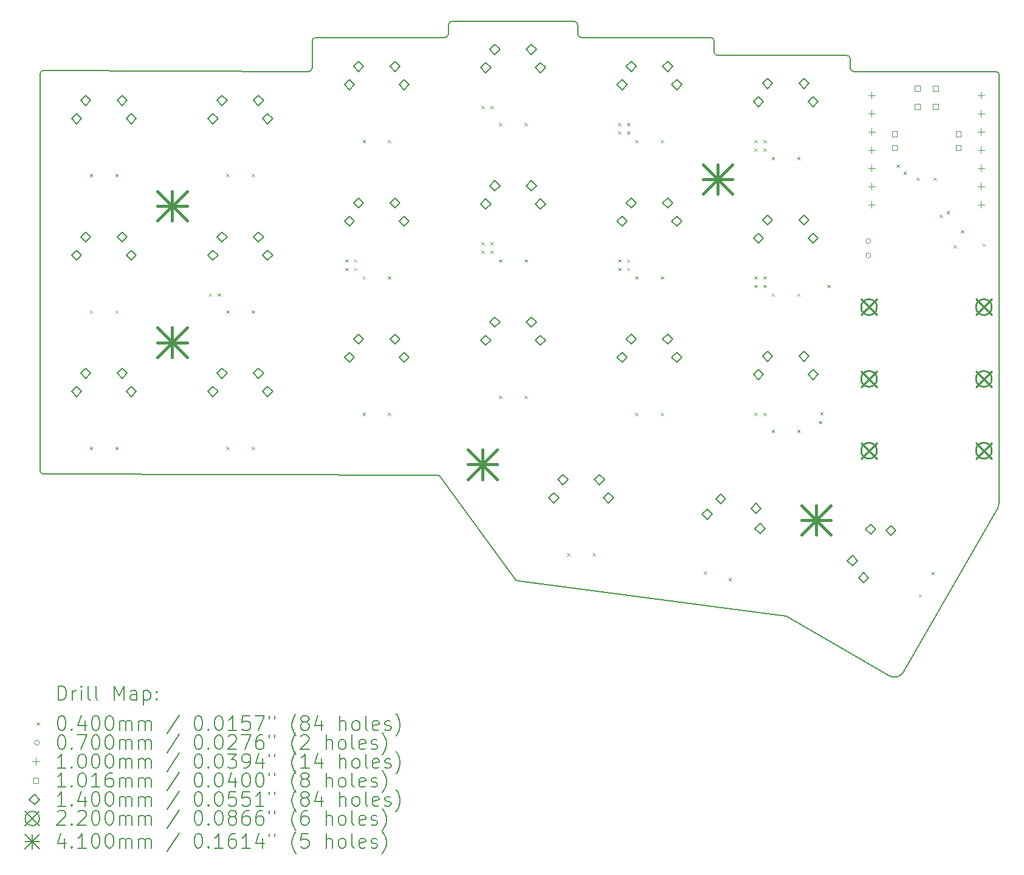
<source format=gbr>
%TF.GenerationSoftware,KiCad,Pcbnew,7.0.8*%
%TF.CreationDate,2023-10-24T16:55:24+02:00*%
%TF.ProjectId,corne-chocolate,636f726e-652d-4636-986f-636f6c617465,2.1*%
%TF.SameCoordinates,Original*%
%TF.FileFunction,Drillmap*%
%TF.FilePolarity,Positive*%
%FSLAX45Y45*%
G04 Gerber Fmt 4.5, Leading zero omitted, Abs format (unit mm)*
G04 Created by KiCad (PCBNEW 7.0.8) date 2023-10-24 16:55:24*
%MOMM*%
%LPD*%
G01*
G04 APERTURE LIST*
%ADD10C,0.150000*%
%ADD11C,0.200000*%
%ADD12C,0.040000*%
%ADD13C,0.070000*%
%ADD14C,0.100000*%
%ADD15C,0.101600*%
%ADD16C,0.140000*%
%ADD17C,0.220000*%
%ADD18C,0.410000*%
G04 APERTURE END LIST*
D10*
X11650000Y-12425000D02*
X6159375Y-12409375D01*
X6109375Y-9434375D02*
X6109375Y-7534375D01*
X6109375Y-9434375D02*
X6109375Y-11334375D01*
X19475000Y-6850000D02*
X19475000Y-12797500D01*
X15500000Y-6525000D02*
X15500000Y-6375000D01*
X19452277Y-12884770D02*
G75*
G03*
X19475000Y-12797500I-147507J85000D01*
G01*
X13600000Y-6275000D02*
X13600000Y-6150000D01*
X6109375Y-7534375D02*
X6109375Y-6834375D01*
X19475000Y-6850000D02*
G75*
G03*
X19425000Y-6800000I-50000J0D01*
G01*
X11750000Y-6325000D02*
X9950000Y-6325000D01*
X9950000Y-6325000D02*
G75*
G03*
X9900000Y-6375000I0J-50000D01*
G01*
X9850000Y-6800000D02*
X6159375Y-6784375D01*
X12739645Y-13885355D02*
G75*
G03*
X12775000Y-13900000I35355J35355D01*
G01*
X17350000Y-6575000D02*
X15550000Y-6575000D01*
X16507500Y-14390000D02*
X17936925Y-15216096D01*
X9850000Y-6800000D02*
G75*
G03*
X9900000Y-6750000I0J50000D01*
G01*
X6109375Y-12359375D02*
G75*
G03*
X6159375Y-12409375I50005J5D01*
G01*
X13550000Y-6100000D02*
X11850000Y-6100000D01*
X15450000Y-6325000D02*
X13650000Y-6325000D01*
X17936928Y-15216091D02*
G75*
G03*
X18129726Y-15178146I77502J114991D01*
G01*
X11685355Y-12439645D02*
X12739645Y-13885355D01*
X15500000Y-6525000D02*
G75*
G03*
X15550000Y-6575000I50000J0D01*
G01*
X13600000Y-6150000D02*
G75*
G03*
X13550000Y-6100000I-50000J0D01*
G01*
X11800000Y-6150000D02*
X11800000Y-6275000D01*
X17400000Y-6625000D02*
G75*
G03*
X17350000Y-6575000I-50000J0D01*
G01*
X12775000Y-13900000D02*
X16442055Y-14377034D01*
X15500000Y-6375000D02*
G75*
G03*
X15450000Y-6325000I-50000J0D01*
G01*
X9900000Y-6375000D02*
X9900000Y-6750000D01*
X18129726Y-15178146D02*
X19452500Y-12885000D01*
X11750000Y-6325000D02*
G75*
G03*
X11800000Y-6275000I0J50000D01*
G01*
X16507500Y-14390000D02*
G75*
G03*
X16442055Y-14377034I-98760J-326840D01*
G01*
X11685355Y-12439645D02*
G75*
G03*
X11650000Y-12425000I-35355J-35355D01*
G01*
X13600000Y-6275000D02*
G75*
G03*
X13650000Y-6325000I50000J0D01*
G01*
X17400000Y-6750000D02*
G75*
G03*
X17450000Y-6800000I50000J0D01*
G01*
X6109375Y-11334375D02*
X6109375Y-12359375D01*
X17400000Y-6625000D02*
X17400000Y-6750000D01*
X11850000Y-6100000D02*
G75*
G03*
X11800000Y-6150000I0J-50000D01*
G01*
X6159375Y-6784375D02*
G75*
G03*
X6109375Y-6834375I-5J-49995D01*
G01*
X19425000Y-6800000D02*
X17450000Y-6800000D01*
D11*
D12*
X6802500Y-8226875D02*
X6842500Y-8266875D01*
X6842500Y-8226875D02*
X6802500Y-8266875D01*
X6802500Y-10126875D02*
X6842500Y-10166875D01*
X6842500Y-10126875D02*
X6802500Y-10166875D01*
X6802500Y-12026875D02*
X6842500Y-12066875D01*
X6842500Y-12026875D02*
X6802500Y-12066875D01*
X7157500Y-8226875D02*
X7197500Y-8266875D01*
X7197500Y-8226875D02*
X7157500Y-8266875D01*
X7157500Y-10126875D02*
X7197500Y-10166875D01*
X7197500Y-10126875D02*
X7157500Y-10166875D01*
X7157500Y-12026875D02*
X7197500Y-12066875D01*
X7197500Y-12026875D02*
X7157500Y-12066875D01*
X8461300Y-9889375D02*
X8501300Y-9929375D01*
X8501300Y-9889375D02*
X8461300Y-9929375D01*
X8586200Y-9889375D02*
X8626200Y-9929375D01*
X8626200Y-9889375D02*
X8586200Y-9929375D01*
X8702500Y-8226875D02*
X8742500Y-8266875D01*
X8742500Y-8226875D02*
X8702500Y-8266875D01*
X8702500Y-10126875D02*
X8742500Y-10166875D01*
X8742500Y-10126875D02*
X8702500Y-10166875D01*
X8702500Y-12026875D02*
X8742500Y-12066875D01*
X8742500Y-12026875D02*
X8702500Y-12066875D01*
X9057500Y-8226875D02*
X9097500Y-8266875D01*
X9097500Y-8226875D02*
X9057500Y-8266875D01*
X9057500Y-10126875D02*
X9097500Y-10166875D01*
X9097500Y-10126875D02*
X9057500Y-10166875D01*
X9057500Y-12026875D02*
X9097500Y-12066875D01*
X9097500Y-12026875D02*
X9057500Y-12066875D01*
X10361300Y-9414375D02*
X10401300Y-9454375D01*
X10401300Y-9414375D02*
X10361300Y-9454375D01*
X10361300Y-9533125D02*
X10401300Y-9573125D01*
X10401300Y-9533125D02*
X10361300Y-9573125D01*
X10486200Y-9414375D02*
X10526200Y-9454375D01*
X10526200Y-9414375D02*
X10486200Y-9454375D01*
X10486200Y-9533125D02*
X10526200Y-9573125D01*
X10526200Y-9533125D02*
X10486200Y-9573125D01*
X10602500Y-7751875D02*
X10642500Y-7791875D01*
X10642500Y-7751875D02*
X10602500Y-7791875D01*
X10602500Y-9651875D02*
X10642500Y-9691875D01*
X10642500Y-9651875D02*
X10602500Y-9691875D01*
X10602500Y-11551875D02*
X10642500Y-11591875D01*
X10642500Y-11551875D02*
X10602500Y-11591875D01*
X10957500Y-7751875D02*
X10997500Y-7791875D01*
X10997500Y-7751875D02*
X10957500Y-7791875D01*
X10957500Y-9651875D02*
X10997500Y-9691875D01*
X10997500Y-9651875D02*
X10957500Y-9691875D01*
X10957500Y-11551875D02*
X10997500Y-11591875D01*
X10997500Y-11551875D02*
X10957500Y-11591875D01*
X12261300Y-7276875D02*
X12301300Y-7316875D01*
X12301300Y-7276875D02*
X12261300Y-7316875D01*
X12261300Y-9176875D02*
X12301300Y-9216875D01*
X12301300Y-9176875D02*
X12261300Y-9216875D01*
X12261300Y-9295625D02*
X12301300Y-9335625D01*
X12301300Y-9295625D02*
X12261300Y-9335625D01*
X12386200Y-7276875D02*
X12426200Y-7316875D01*
X12426200Y-7276875D02*
X12386200Y-7316875D01*
X12386200Y-9176875D02*
X12426200Y-9216875D01*
X12426200Y-9176875D02*
X12386200Y-9216875D01*
X12386200Y-9295625D02*
X12426200Y-9335625D01*
X12426200Y-9295625D02*
X12386200Y-9335625D01*
X12502500Y-7514375D02*
X12542500Y-7554375D01*
X12542500Y-7514375D02*
X12502500Y-7554375D01*
X12502500Y-9414375D02*
X12542500Y-9454375D01*
X12542500Y-9414375D02*
X12502500Y-9454375D01*
X12502500Y-11314375D02*
X12542500Y-11354375D01*
X12542500Y-11314375D02*
X12502500Y-11354375D01*
X12857500Y-7514375D02*
X12897500Y-7554375D01*
X12897500Y-7514375D02*
X12857500Y-7554375D01*
X12857500Y-9414375D02*
X12897500Y-9454375D01*
X12897500Y-9414375D02*
X12857500Y-9454375D01*
X12857500Y-11314375D02*
X12897500Y-11354375D01*
X12897500Y-11314375D02*
X12857500Y-11354375D01*
X13452500Y-13511250D02*
X13492500Y-13551250D01*
X13492500Y-13511250D02*
X13452500Y-13551250D01*
X13807500Y-13511250D02*
X13847500Y-13551250D01*
X13847500Y-13511250D02*
X13807500Y-13551250D01*
X14161300Y-7514375D02*
X14201300Y-7554375D01*
X14201300Y-7514375D02*
X14161300Y-7554375D01*
X14161300Y-7633125D02*
X14201300Y-7673125D01*
X14201300Y-7633125D02*
X14161300Y-7673125D01*
X14161300Y-9414375D02*
X14201300Y-9454375D01*
X14201300Y-9414375D02*
X14161300Y-9454375D01*
X14161300Y-9533125D02*
X14201300Y-9573125D01*
X14201300Y-9533125D02*
X14161300Y-9573125D01*
X14286200Y-7514375D02*
X14326200Y-7554375D01*
X14326200Y-7514375D02*
X14286200Y-7554375D01*
X14286200Y-7633125D02*
X14326200Y-7673125D01*
X14326200Y-7633125D02*
X14286200Y-7673125D01*
X14286200Y-9414375D02*
X14326200Y-9454375D01*
X14326200Y-9414375D02*
X14286200Y-9454375D01*
X14286200Y-9533125D02*
X14326200Y-9573125D01*
X14326200Y-9533125D02*
X14286200Y-9573125D01*
X14402500Y-7751875D02*
X14442500Y-7791875D01*
X14442500Y-7751875D02*
X14402500Y-7791875D01*
X14402500Y-9651875D02*
X14442500Y-9691875D01*
X14442500Y-9651875D02*
X14402500Y-9691875D01*
X14402500Y-11551875D02*
X14442500Y-11591875D01*
X14442500Y-11551875D02*
X14402500Y-11591875D01*
X14757500Y-7751875D02*
X14797500Y-7791875D01*
X14797500Y-7751875D02*
X14757500Y-7791875D01*
X14757500Y-9651875D02*
X14797500Y-9691875D01*
X14797500Y-9651875D02*
X14757500Y-9691875D01*
X14757500Y-11551875D02*
X14797500Y-11591875D01*
X14797500Y-11551875D02*
X14757500Y-11591875D01*
X15358548Y-13762185D02*
X15398548Y-13802185D01*
X15398548Y-13762185D02*
X15358548Y-13802185D01*
X15701452Y-13854065D02*
X15741452Y-13894065D01*
X15741452Y-13854065D02*
X15701452Y-13894065D01*
X16061300Y-7751875D02*
X16101300Y-7791875D01*
X16101300Y-7751875D02*
X16061300Y-7791875D01*
X16061300Y-7870625D02*
X16101300Y-7910625D01*
X16101300Y-7870625D02*
X16061300Y-7910625D01*
X16061300Y-9651875D02*
X16101300Y-9691875D01*
X16101300Y-9651875D02*
X16061300Y-9691875D01*
X16061300Y-9770625D02*
X16101300Y-9810625D01*
X16101300Y-9770625D02*
X16061300Y-9810625D01*
X16061300Y-11551875D02*
X16101300Y-11591875D01*
X16101300Y-11551875D02*
X16061300Y-11591875D01*
X16186200Y-7751875D02*
X16226200Y-7791875D01*
X16226200Y-7751875D02*
X16186200Y-7791875D01*
X16186200Y-7870625D02*
X16226200Y-7910625D01*
X16226200Y-7870625D02*
X16186200Y-7910625D01*
X16186200Y-9651875D02*
X16226200Y-9691875D01*
X16226200Y-9651875D02*
X16186200Y-9691875D01*
X16186200Y-9770625D02*
X16226200Y-9810625D01*
X16226200Y-9770625D02*
X16186200Y-9810625D01*
X16186200Y-11551875D02*
X16226200Y-11591875D01*
X16226200Y-11551875D02*
X16186200Y-11591875D01*
X16302500Y-7989375D02*
X16342500Y-8029375D01*
X16342500Y-7989375D02*
X16302500Y-8029375D01*
X16302500Y-9889375D02*
X16342500Y-9929375D01*
X16342500Y-9889375D02*
X16302500Y-9929375D01*
X16302500Y-11789375D02*
X16342500Y-11829375D01*
X16342500Y-11789375D02*
X16302500Y-11829375D01*
X16657500Y-7989375D02*
X16697500Y-8029375D01*
X16697500Y-7989375D02*
X16657500Y-8029375D01*
X16657500Y-9889375D02*
X16697500Y-9929375D01*
X16697500Y-9889375D02*
X16657500Y-9929375D01*
X16657500Y-11789375D02*
X16697500Y-11829375D01*
X16697500Y-11789375D02*
X16657500Y-11829375D01*
X16955000Y-11667500D02*
X16995000Y-11707500D01*
X16995000Y-11667500D02*
X16955000Y-11707500D01*
X16980000Y-11542500D02*
X17020000Y-11582500D01*
X17020000Y-11542500D02*
X16980000Y-11582500D01*
X17073750Y-9770625D02*
X17113750Y-9810625D01*
X17113750Y-9770625D02*
X17073750Y-9810625D01*
X18040355Y-8094645D02*
X18080355Y-8134645D01*
X18080355Y-8094645D02*
X18040355Y-8134645D01*
X18140043Y-8194645D02*
X18180043Y-8234645D01*
X18180043Y-8194645D02*
X18140043Y-8234645D01*
X18320625Y-8276913D02*
X18360625Y-8316913D01*
X18360625Y-8276913D02*
X18320625Y-8316913D01*
X18350625Y-14080594D02*
X18390625Y-14120594D01*
X18390625Y-14080594D02*
X18350625Y-14120594D01*
X18528125Y-13773155D02*
X18568125Y-13813155D01*
X18568125Y-13773155D02*
X18528125Y-13813155D01*
X18558125Y-8276913D02*
X18598125Y-8316913D01*
X18598125Y-8276913D02*
X18558125Y-8316913D01*
X18640355Y-8794117D02*
X18680355Y-8834117D01*
X18680355Y-8794117D02*
X18640355Y-8834117D01*
X18740355Y-8742500D02*
X18780355Y-8782500D01*
X18780355Y-8742500D02*
X18740355Y-8782500D01*
X18840355Y-9213561D02*
X18880355Y-9253561D01*
X18880355Y-9213561D02*
X18840355Y-9253561D01*
X18939399Y-9008523D02*
X18979399Y-9048523D01*
X18979399Y-9008523D02*
X18939399Y-9048523D01*
X19240355Y-9194645D02*
X19280355Y-9234645D01*
X19280355Y-9194645D02*
X19240355Y-9234645D01*
D13*
X17685000Y-9162500D02*
G75*
G03*
X17685000Y-9162500I-35000J0D01*
G01*
X17685000Y-9362500D02*
G75*
G03*
X17685000Y-9362500I-35000J0D01*
G01*
D14*
X17697375Y-7078625D02*
X17697375Y-7178625D01*
X17647375Y-7128625D02*
X17747375Y-7128625D01*
X17697375Y-7332625D02*
X17697375Y-7432625D01*
X17647375Y-7382625D02*
X17747375Y-7382625D01*
X17697375Y-7586625D02*
X17697375Y-7686625D01*
X17647375Y-7636625D02*
X17747375Y-7636625D01*
X17697375Y-7840625D02*
X17697375Y-7940625D01*
X17647375Y-7890625D02*
X17747375Y-7890625D01*
X17697375Y-8094625D02*
X17697375Y-8194625D01*
X17647375Y-8144625D02*
X17747375Y-8144625D01*
X17697375Y-8348625D02*
X17697375Y-8448625D01*
X17647375Y-8398625D02*
X17747375Y-8398625D01*
X17697375Y-8602625D02*
X17697375Y-8702625D01*
X17647375Y-8652625D02*
X17747375Y-8652625D01*
X19221375Y-7078625D02*
X19221375Y-7178625D01*
X19171375Y-7128625D02*
X19271375Y-7128625D01*
X19221375Y-7332625D02*
X19221375Y-7432625D01*
X19171375Y-7382625D02*
X19271375Y-7382625D01*
X19221375Y-7586625D02*
X19221375Y-7686625D01*
X19171375Y-7636625D02*
X19271375Y-7636625D01*
X19221375Y-7840625D02*
X19221375Y-7940625D01*
X19171375Y-7890625D02*
X19271375Y-7890625D01*
X19221375Y-8094625D02*
X19221375Y-8194625D01*
X19171375Y-8144625D02*
X19271375Y-8144625D01*
X19221375Y-8348625D02*
X19221375Y-8448625D01*
X19171375Y-8398625D02*
X19271375Y-8398625D01*
X19221375Y-8602625D02*
X19221375Y-8702625D01*
X19171375Y-8652625D02*
X19271375Y-8652625D01*
D15*
X18050796Y-7704346D02*
X18050796Y-7632504D01*
X17978954Y-7632504D01*
X17978954Y-7704346D01*
X18050796Y-7704346D01*
X18050796Y-7894846D02*
X18050796Y-7823004D01*
X17978954Y-7823004D01*
X17978954Y-7894846D01*
X18050796Y-7894846D01*
X18368296Y-7069346D02*
X18368296Y-6997504D01*
X18296454Y-6997504D01*
X18296454Y-7069346D01*
X18368296Y-7069346D01*
X18368296Y-7323346D02*
X18368296Y-7251504D01*
X18296454Y-7251504D01*
X18296454Y-7323346D01*
X18368296Y-7323346D01*
X18622296Y-7069346D02*
X18622296Y-6997504D01*
X18550454Y-6997504D01*
X18550454Y-7069346D01*
X18622296Y-7069346D01*
X18622296Y-7323346D02*
X18622296Y-7251504D01*
X18550454Y-7251504D01*
X18550454Y-7323346D01*
X18622296Y-7323346D01*
X18939796Y-7704346D02*
X18939796Y-7632504D01*
X18867954Y-7632504D01*
X18867954Y-7704346D01*
X18939796Y-7704346D01*
X18939796Y-7894846D02*
X18939796Y-7823004D01*
X18867954Y-7823004D01*
X18867954Y-7894846D01*
X18939796Y-7894846D01*
D16*
X6619000Y-7528500D02*
X6689000Y-7458500D01*
X6619000Y-7388500D01*
X6549000Y-7458500D01*
X6619000Y-7528500D01*
X6619000Y-9428500D02*
X6689000Y-9358500D01*
X6619000Y-9288500D01*
X6549000Y-9358500D01*
X6619000Y-9428500D01*
X6619000Y-11328500D02*
X6689000Y-11258500D01*
X6619000Y-11188500D01*
X6549000Y-11258500D01*
X6619000Y-11328500D01*
X6746000Y-7274500D02*
X6816000Y-7204500D01*
X6746000Y-7134500D01*
X6676000Y-7204500D01*
X6746000Y-7274500D01*
X6746000Y-9174500D02*
X6816000Y-9104500D01*
X6746000Y-9034500D01*
X6676000Y-9104500D01*
X6746000Y-9174500D01*
X6746000Y-11074500D02*
X6816000Y-11004500D01*
X6746000Y-10934500D01*
X6676000Y-11004500D01*
X6746000Y-11074500D01*
X7254000Y-7274500D02*
X7324000Y-7204500D01*
X7254000Y-7134500D01*
X7184000Y-7204500D01*
X7254000Y-7274500D01*
X7254000Y-9174500D02*
X7324000Y-9104500D01*
X7254000Y-9034500D01*
X7184000Y-9104500D01*
X7254000Y-9174500D01*
X7254000Y-11074500D02*
X7324000Y-11004500D01*
X7254000Y-10934500D01*
X7184000Y-11004500D01*
X7254000Y-11074500D01*
X7381000Y-7528500D02*
X7451000Y-7458500D01*
X7381000Y-7388500D01*
X7311000Y-7458500D01*
X7381000Y-7528500D01*
X7381000Y-9428500D02*
X7451000Y-9358500D01*
X7381000Y-9288500D01*
X7311000Y-9358500D01*
X7381000Y-9428500D01*
X7381000Y-11328500D02*
X7451000Y-11258500D01*
X7381000Y-11188500D01*
X7311000Y-11258500D01*
X7381000Y-11328500D01*
X8519000Y-7528500D02*
X8589000Y-7458500D01*
X8519000Y-7388500D01*
X8449000Y-7458500D01*
X8519000Y-7528500D01*
X8519000Y-9428500D02*
X8589000Y-9358500D01*
X8519000Y-9288500D01*
X8449000Y-9358500D01*
X8519000Y-9428500D01*
X8519000Y-11328500D02*
X8589000Y-11258500D01*
X8519000Y-11188500D01*
X8449000Y-11258500D01*
X8519000Y-11328500D01*
X8646000Y-7274500D02*
X8716000Y-7204500D01*
X8646000Y-7134500D01*
X8576000Y-7204500D01*
X8646000Y-7274500D01*
X8646000Y-9174500D02*
X8716000Y-9104500D01*
X8646000Y-9034500D01*
X8576000Y-9104500D01*
X8646000Y-9174500D01*
X8646000Y-11074500D02*
X8716000Y-11004500D01*
X8646000Y-10934500D01*
X8576000Y-11004500D01*
X8646000Y-11074500D01*
X9154000Y-7274500D02*
X9224000Y-7204500D01*
X9154000Y-7134500D01*
X9084000Y-7204500D01*
X9154000Y-7274500D01*
X9154000Y-9174500D02*
X9224000Y-9104500D01*
X9154000Y-9034500D01*
X9084000Y-9104500D01*
X9154000Y-9174500D01*
X9154000Y-11074500D02*
X9224000Y-11004500D01*
X9154000Y-10934500D01*
X9084000Y-11004500D01*
X9154000Y-11074500D01*
X9281000Y-7528500D02*
X9351000Y-7458500D01*
X9281000Y-7388500D01*
X9211000Y-7458500D01*
X9281000Y-7528500D01*
X9281000Y-9428500D02*
X9351000Y-9358500D01*
X9281000Y-9288500D01*
X9211000Y-9358500D01*
X9281000Y-9428500D01*
X9281000Y-11328500D02*
X9351000Y-11258500D01*
X9281000Y-11188500D01*
X9211000Y-11258500D01*
X9281000Y-11328500D01*
X10419000Y-7053500D02*
X10489000Y-6983500D01*
X10419000Y-6913500D01*
X10349000Y-6983500D01*
X10419000Y-7053500D01*
X10419000Y-8953500D02*
X10489000Y-8883500D01*
X10419000Y-8813500D01*
X10349000Y-8883500D01*
X10419000Y-8953500D01*
X10419000Y-10853500D02*
X10489000Y-10783500D01*
X10419000Y-10713500D01*
X10349000Y-10783500D01*
X10419000Y-10853500D01*
X10546000Y-6799500D02*
X10616000Y-6729500D01*
X10546000Y-6659500D01*
X10476000Y-6729500D01*
X10546000Y-6799500D01*
X10546000Y-8699500D02*
X10616000Y-8629500D01*
X10546000Y-8559500D01*
X10476000Y-8629500D01*
X10546000Y-8699500D01*
X10546000Y-10599500D02*
X10616000Y-10529500D01*
X10546000Y-10459500D01*
X10476000Y-10529500D01*
X10546000Y-10599500D01*
X11054000Y-6799500D02*
X11124000Y-6729500D01*
X11054000Y-6659500D01*
X10984000Y-6729500D01*
X11054000Y-6799500D01*
X11054000Y-8699500D02*
X11124000Y-8629500D01*
X11054000Y-8559500D01*
X10984000Y-8629500D01*
X11054000Y-8699500D01*
X11054000Y-10599500D02*
X11124000Y-10529500D01*
X11054000Y-10459500D01*
X10984000Y-10529500D01*
X11054000Y-10599500D01*
X11181000Y-7053500D02*
X11251000Y-6983500D01*
X11181000Y-6913500D01*
X11111000Y-6983500D01*
X11181000Y-7053500D01*
X11181000Y-8953500D02*
X11251000Y-8883500D01*
X11181000Y-8813500D01*
X11111000Y-8883500D01*
X11181000Y-8953500D01*
X11181000Y-10853500D02*
X11251000Y-10783500D01*
X11181000Y-10713500D01*
X11111000Y-10783500D01*
X11181000Y-10853500D01*
X12319000Y-6816000D02*
X12389000Y-6746000D01*
X12319000Y-6676000D01*
X12249000Y-6746000D01*
X12319000Y-6816000D01*
X12319000Y-8716000D02*
X12389000Y-8646000D01*
X12319000Y-8576000D01*
X12249000Y-8646000D01*
X12319000Y-8716000D01*
X12319000Y-10616000D02*
X12389000Y-10546000D01*
X12319000Y-10476000D01*
X12249000Y-10546000D01*
X12319000Y-10616000D01*
X12446000Y-6562000D02*
X12516000Y-6492000D01*
X12446000Y-6422000D01*
X12376000Y-6492000D01*
X12446000Y-6562000D01*
X12446000Y-8462000D02*
X12516000Y-8392000D01*
X12446000Y-8322000D01*
X12376000Y-8392000D01*
X12446000Y-8462000D01*
X12446000Y-10362000D02*
X12516000Y-10292000D01*
X12446000Y-10222000D01*
X12376000Y-10292000D01*
X12446000Y-10362000D01*
X12954000Y-6562000D02*
X13024000Y-6492000D01*
X12954000Y-6422000D01*
X12884000Y-6492000D01*
X12954000Y-6562000D01*
X12954000Y-8462000D02*
X13024000Y-8392000D01*
X12954000Y-8322000D01*
X12884000Y-8392000D01*
X12954000Y-8462000D01*
X12954000Y-10362000D02*
X13024000Y-10292000D01*
X12954000Y-10222000D01*
X12884000Y-10292000D01*
X12954000Y-10362000D01*
X13081000Y-6816000D02*
X13151000Y-6746000D01*
X13081000Y-6676000D01*
X13011000Y-6746000D01*
X13081000Y-6816000D01*
X13081000Y-8716000D02*
X13151000Y-8646000D01*
X13081000Y-8576000D01*
X13011000Y-8646000D01*
X13081000Y-8716000D01*
X13081000Y-10616000D02*
X13151000Y-10546000D01*
X13081000Y-10476000D01*
X13011000Y-10546000D01*
X13081000Y-10616000D01*
X13269000Y-12809750D02*
X13339000Y-12739750D01*
X13269000Y-12669750D01*
X13199000Y-12739750D01*
X13269000Y-12809750D01*
X13396000Y-12555750D02*
X13466000Y-12485750D01*
X13396000Y-12415750D01*
X13326000Y-12485750D01*
X13396000Y-12555750D01*
X13904000Y-12555750D02*
X13974000Y-12485750D01*
X13904000Y-12415750D01*
X13834000Y-12485750D01*
X13904000Y-12555750D01*
X14031000Y-12809750D02*
X14101000Y-12739750D01*
X14031000Y-12669750D01*
X13961000Y-12739750D01*
X14031000Y-12809750D01*
X14219000Y-7053500D02*
X14289000Y-6983500D01*
X14219000Y-6913500D01*
X14149000Y-6983500D01*
X14219000Y-7053500D01*
X14219000Y-8953500D02*
X14289000Y-8883500D01*
X14219000Y-8813500D01*
X14149000Y-8883500D01*
X14219000Y-8953500D01*
X14219000Y-10853500D02*
X14289000Y-10783500D01*
X14219000Y-10713500D01*
X14149000Y-10783500D01*
X14219000Y-10853500D01*
X14346000Y-6799500D02*
X14416000Y-6729500D01*
X14346000Y-6659500D01*
X14276000Y-6729500D01*
X14346000Y-6799500D01*
X14346000Y-8699500D02*
X14416000Y-8629500D01*
X14346000Y-8559500D01*
X14276000Y-8629500D01*
X14346000Y-8699500D01*
X14346000Y-10599500D02*
X14416000Y-10529500D01*
X14346000Y-10459500D01*
X14276000Y-10529500D01*
X14346000Y-10599500D01*
X14854000Y-6799500D02*
X14924000Y-6729500D01*
X14854000Y-6659500D01*
X14784000Y-6729500D01*
X14854000Y-6799500D01*
X14854000Y-8699500D02*
X14924000Y-8629500D01*
X14854000Y-8559500D01*
X14784000Y-8629500D01*
X14854000Y-8699500D01*
X14854000Y-10599500D02*
X14924000Y-10529500D01*
X14854000Y-10459500D01*
X14784000Y-10529500D01*
X14854000Y-10599500D01*
X14981000Y-7053500D02*
X15051000Y-6983500D01*
X14981000Y-6913500D01*
X14911000Y-6983500D01*
X14981000Y-7053500D01*
X14981000Y-8953500D02*
X15051000Y-8883500D01*
X14981000Y-8813500D01*
X14911000Y-8883500D01*
X14981000Y-8953500D01*
X14981000Y-10853500D02*
X15051000Y-10783500D01*
X14981000Y-10713500D01*
X14911000Y-10783500D01*
X14981000Y-10853500D01*
X15403972Y-13038545D02*
X15473972Y-12968545D01*
X15403972Y-12898545D01*
X15333972Y-12968545D01*
X15403972Y-13038545D01*
X15592385Y-12826070D02*
X15662385Y-12756070D01*
X15592385Y-12686070D01*
X15522385Y-12756070D01*
X15592385Y-12826070D01*
X16083075Y-12957550D02*
X16153075Y-12887550D01*
X16083075Y-12817550D01*
X16013075Y-12887550D01*
X16083075Y-12957550D01*
X16119000Y-7291000D02*
X16189000Y-7221000D01*
X16119000Y-7151000D01*
X16049000Y-7221000D01*
X16119000Y-7291000D01*
X16119000Y-9191000D02*
X16189000Y-9121000D01*
X16119000Y-9051000D01*
X16049000Y-9121000D01*
X16119000Y-9191000D01*
X16119000Y-11091000D02*
X16189000Y-11021000D01*
X16119000Y-10951000D01*
X16049000Y-11021000D01*
X16119000Y-11091000D01*
X16140008Y-13235765D02*
X16210008Y-13165765D01*
X16140008Y-13095765D01*
X16070008Y-13165765D01*
X16140008Y-13235765D01*
X16246000Y-7037000D02*
X16316000Y-6967000D01*
X16246000Y-6897000D01*
X16176000Y-6967000D01*
X16246000Y-7037000D01*
X16246000Y-8937000D02*
X16316000Y-8867000D01*
X16246000Y-8797000D01*
X16176000Y-8867000D01*
X16246000Y-8937000D01*
X16246000Y-10837000D02*
X16316000Y-10767000D01*
X16246000Y-10697000D01*
X16176000Y-10767000D01*
X16246000Y-10837000D01*
X16754000Y-7037000D02*
X16824000Y-6967000D01*
X16754000Y-6897000D01*
X16684000Y-6967000D01*
X16754000Y-7037000D01*
X16754000Y-8937000D02*
X16824000Y-8867000D01*
X16754000Y-8797000D01*
X16684000Y-8867000D01*
X16754000Y-8937000D01*
X16754000Y-10837000D02*
X16824000Y-10767000D01*
X16754000Y-10697000D01*
X16684000Y-10767000D01*
X16754000Y-10837000D01*
X16881000Y-7291000D02*
X16951000Y-7221000D01*
X16881000Y-7151000D01*
X16811000Y-7221000D01*
X16881000Y-7291000D01*
X16881000Y-9191000D02*
X16951000Y-9121000D01*
X16881000Y-9051000D01*
X16811000Y-9121000D01*
X16881000Y-9191000D01*
X16881000Y-11091000D02*
X16951000Y-11021000D01*
X16881000Y-10951000D01*
X16811000Y-11021000D01*
X16881000Y-11091000D01*
X17426809Y-13685970D02*
X17496809Y-13615970D01*
X17426809Y-13545970D01*
X17356809Y-13615970D01*
X17426809Y-13685970D01*
X17583280Y-13922956D02*
X17653280Y-13852956D01*
X17583280Y-13782956D01*
X17513280Y-13852956D01*
X17583280Y-13922956D01*
X17680809Y-13246029D02*
X17750809Y-13176029D01*
X17680809Y-13106029D01*
X17610809Y-13176029D01*
X17680809Y-13246029D01*
X17964280Y-13263044D02*
X18034280Y-13193044D01*
X17964280Y-13123044D01*
X17894280Y-13193044D01*
X17964280Y-13263044D01*
D17*
X17549375Y-9972800D02*
X17769375Y-10192800D01*
X17769375Y-9972800D02*
X17549375Y-10192800D01*
X17769375Y-10082800D02*
G75*
G03*
X17769375Y-10082800I-110000J0D01*
G01*
X17549375Y-10972800D02*
X17769375Y-11192800D01*
X17769375Y-10972800D02*
X17549375Y-11192800D01*
X17769375Y-11082800D02*
G75*
G03*
X17769375Y-11082800I-110000J0D01*
G01*
X17549375Y-11972800D02*
X17769375Y-12192800D01*
X17769375Y-11972800D02*
X17549375Y-12192800D01*
X17769375Y-12082800D02*
G75*
G03*
X17769375Y-12082800I-110000J0D01*
G01*
X19149375Y-9972800D02*
X19369375Y-10192800D01*
X19369375Y-9972800D02*
X19149375Y-10192800D01*
X19369375Y-10082800D02*
G75*
G03*
X19369375Y-10082800I-110000J0D01*
G01*
X19149375Y-10972800D02*
X19369375Y-11192800D01*
X19369375Y-10972800D02*
X19149375Y-11192800D01*
X19369375Y-11082800D02*
G75*
G03*
X19369375Y-11082800I-110000J0D01*
G01*
X19149375Y-11972800D02*
X19369375Y-12192800D01*
X19369375Y-11972800D02*
X19149375Y-12192800D01*
X19369375Y-12082800D02*
G75*
G03*
X19369375Y-12082800I-110000J0D01*
G01*
D18*
X7746000Y-8470000D02*
X8156000Y-8880000D01*
X8156000Y-8470000D02*
X7746000Y-8880000D01*
X7951000Y-8470000D02*
X7951000Y-8880000D01*
X7746000Y-8675000D02*
X8156000Y-8675000D01*
X7746000Y-10370000D02*
X8156000Y-10780000D01*
X8156000Y-10370000D02*
X7746000Y-10780000D01*
X7951000Y-10370000D02*
X7951000Y-10780000D01*
X7746000Y-10575000D02*
X8156000Y-10575000D01*
X12070000Y-12070000D02*
X12480000Y-12480000D01*
X12480000Y-12070000D02*
X12070000Y-12480000D01*
X12275000Y-12070000D02*
X12275000Y-12480000D01*
X12070000Y-12275000D02*
X12480000Y-12275000D01*
X15346000Y-8095000D02*
X15756000Y-8505000D01*
X15756000Y-8095000D02*
X15346000Y-8505000D01*
X15551000Y-8095000D02*
X15551000Y-8505000D01*
X15346000Y-8300000D02*
X15756000Y-8300000D01*
X16720000Y-12845003D02*
X17130000Y-13255003D01*
X17130000Y-12845003D02*
X16720000Y-13255003D01*
X16925000Y-12845003D02*
X16925000Y-13255003D01*
X16720000Y-13050003D02*
X17130000Y-13050003D01*
D11*
X6362652Y-15558754D02*
X6362652Y-15358754D01*
X6362652Y-15358754D02*
X6410271Y-15358754D01*
X6410271Y-15358754D02*
X6438842Y-15368278D01*
X6438842Y-15368278D02*
X6457890Y-15387325D01*
X6457890Y-15387325D02*
X6467414Y-15406373D01*
X6467414Y-15406373D02*
X6476937Y-15444468D01*
X6476937Y-15444468D02*
X6476937Y-15473040D01*
X6476937Y-15473040D02*
X6467414Y-15511135D01*
X6467414Y-15511135D02*
X6457890Y-15530182D01*
X6457890Y-15530182D02*
X6438842Y-15549230D01*
X6438842Y-15549230D02*
X6410271Y-15558754D01*
X6410271Y-15558754D02*
X6362652Y-15558754D01*
X6562652Y-15558754D02*
X6562652Y-15425420D01*
X6562652Y-15463516D02*
X6572176Y-15444468D01*
X6572176Y-15444468D02*
X6581699Y-15434944D01*
X6581699Y-15434944D02*
X6600747Y-15425420D01*
X6600747Y-15425420D02*
X6619795Y-15425420D01*
X6686461Y-15558754D02*
X6686461Y-15425420D01*
X6686461Y-15358754D02*
X6676937Y-15368278D01*
X6676937Y-15368278D02*
X6686461Y-15377801D01*
X6686461Y-15377801D02*
X6695985Y-15368278D01*
X6695985Y-15368278D02*
X6686461Y-15358754D01*
X6686461Y-15358754D02*
X6686461Y-15377801D01*
X6810271Y-15558754D02*
X6791223Y-15549230D01*
X6791223Y-15549230D02*
X6781699Y-15530182D01*
X6781699Y-15530182D02*
X6781699Y-15358754D01*
X6915033Y-15558754D02*
X6895985Y-15549230D01*
X6895985Y-15549230D02*
X6886461Y-15530182D01*
X6886461Y-15530182D02*
X6886461Y-15358754D01*
X7143604Y-15558754D02*
X7143604Y-15358754D01*
X7143604Y-15358754D02*
X7210271Y-15501611D01*
X7210271Y-15501611D02*
X7276937Y-15358754D01*
X7276937Y-15358754D02*
X7276937Y-15558754D01*
X7457890Y-15558754D02*
X7457890Y-15453992D01*
X7457890Y-15453992D02*
X7448366Y-15434944D01*
X7448366Y-15434944D02*
X7429318Y-15425420D01*
X7429318Y-15425420D02*
X7391223Y-15425420D01*
X7391223Y-15425420D02*
X7372176Y-15434944D01*
X7457890Y-15549230D02*
X7438842Y-15558754D01*
X7438842Y-15558754D02*
X7391223Y-15558754D01*
X7391223Y-15558754D02*
X7372176Y-15549230D01*
X7372176Y-15549230D02*
X7362652Y-15530182D01*
X7362652Y-15530182D02*
X7362652Y-15511135D01*
X7362652Y-15511135D02*
X7372176Y-15492087D01*
X7372176Y-15492087D02*
X7391223Y-15482563D01*
X7391223Y-15482563D02*
X7438842Y-15482563D01*
X7438842Y-15482563D02*
X7457890Y-15473040D01*
X7553128Y-15425420D02*
X7553128Y-15625420D01*
X7553128Y-15434944D02*
X7572176Y-15425420D01*
X7572176Y-15425420D02*
X7610271Y-15425420D01*
X7610271Y-15425420D02*
X7629318Y-15434944D01*
X7629318Y-15434944D02*
X7638842Y-15444468D01*
X7638842Y-15444468D02*
X7648366Y-15463516D01*
X7648366Y-15463516D02*
X7648366Y-15520659D01*
X7648366Y-15520659D02*
X7638842Y-15539706D01*
X7638842Y-15539706D02*
X7629318Y-15549230D01*
X7629318Y-15549230D02*
X7610271Y-15558754D01*
X7610271Y-15558754D02*
X7572176Y-15558754D01*
X7572176Y-15558754D02*
X7553128Y-15549230D01*
X7734080Y-15539706D02*
X7743604Y-15549230D01*
X7743604Y-15549230D02*
X7734080Y-15558754D01*
X7734080Y-15558754D02*
X7724557Y-15549230D01*
X7724557Y-15549230D02*
X7734080Y-15539706D01*
X7734080Y-15539706D02*
X7734080Y-15558754D01*
X7734080Y-15434944D02*
X7743604Y-15444468D01*
X7743604Y-15444468D02*
X7734080Y-15453992D01*
X7734080Y-15453992D02*
X7724557Y-15444468D01*
X7724557Y-15444468D02*
X7734080Y-15434944D01*
X7734080Y-15434944D02*
X7734080Y-15453992D01*
D12*
X6061875Y-15867270D02*
X6101875Y-15907270D01*
X6101875Y-15867270D02*
X6061875Y-15907270D01*
D11*
X6400747Y-15778754D02*
X6419795Y-15778754D01*
X6419795Y-15778754D02*
X6438842Y-15788278D01*
X6438842Y-15788278D02*
X6448366Y-15797801D01*
X6448366Y-15797801D02*
X6457890Y-15816849D01*
X6457890Y-15816849D02*
X6467414Y-15854944D01*
X6467414Y-15854944D02*
X6467414Y-15902563D01*
X6467414Y-15902563D02*
X6457890Y-15940659D01*
X6457890Y-15940659D02*
X6448366Y-15959706D01*
X6448366Y-15959706D02*
X6438842Y-15969230D01*
X6438842Y-15969230D02*
X6419795Y-15978754D01*
X6419795Y-15978754D02*
X6400747Y-15978754D01*
X6400747Y-15978754D02*
X6381699Y-15969230D01*
X6381699Y-15969230D02*
X6372176Y-15959706D01*
X6372176Y-15959706D02*
X6362652Y-15940659D01*
X6362652Y-15940659D02*
X6353128Y-15902563D01*
X6353128Y-15902563D02*
X6353128Y-15854944D01*
X6353128Y-15854944D02*
X6362652Y-15816849D01*
X6362652Y-15816849D02*
X6372176Y-15797801D01*
X6372176Y-15797801D02*
X6381699Y-15788278D01*
X6381699Y-15788278D02*
X6400747Y-15778754D01*
X6553128Y-15959706D02*
X6562652Y-15969230D01*
X6562652Y-15969230D02*
X6553128Y-15978754D01*
X6553128Y-15978754D02*
X6543604Y-15969230D01*
X6543604Y-15969230D02*
X6553128Y-15959706D01*
X6553128Y-15959706D02*
X6553128Y-15978754D01*
X6734080Y-15845420D02*
X6734080Y-15978754D01*
X6686461Y-15769230D02*
X6638842Y-15912087D01*
X6638842Y-15912087D02*
X6762652Y-15912087D01*
X6876937Y-15778754D02*
X6895985Y-15778754D01*
X6895985Y-15778754D02*
X6915033Y-15788278D01*
X6915033Y-15788278D02*
X6924557Y-15797801D01*
X6924557Y-15797801D02*
X6934080Y-15816849D01*
X6934080Y-15816849D02*
X6943604Y-15854944D01*
X6943604Y-15854944D02*
X6943604Y-15902563D01*
X6943604Y-15902563D02*
X6934080Y-15940659D01*
X6934080Y-15940659D02*
X6924557Y-15959706D01*
X6924557Y-15959706D02*
X6915033Y-15969230D01*
X6915033Y-15969230D02*
X6895985Y-15978754D01*
X6895985Y-15978754D02*
X6876937Y-15978754D01*
X6876937Y-15978754D02*
X6857890Y-15969230D01*
X6857890Y-15969230D02*
X6848366Y-15959706D01*
X6848366Y-15959706D02*
X6838842Y-15940659D01*
X6838842Y-15940659D02*
X6829318Y-15902563D01*
X6829318Y-15902563D02*
X6829318Y-15854944D01*
X6829318Y-15854944D02*
X6838842Y-15816849D01*
X6838842Y-15816849D02*
X6848366Y-15797801D01*
X6848366Y-15797801D02*
X6857890Y-15788278D01*
X6857890Y-15788278D02*
X6876937Y-15778754D01*
X7067414Y-15778754D02*
X7086461Y-15778754D01*
X7086461Y-15778754D02*
X7105509Y-15788278D01*
X7105509Y-15788278D02*
X7115033Y-15797801D01*
X7115033Y-15797801D02*
X7124557Y-15816849D01*
X7124557Y-15816849D02*
X7134080Y-15854944D01*
X7134080Y-15854944D02*
X7134080Y-15902563D01*
X7134080Y-15902563D02*
X7124557Y-15940659D01*
X7124557Y-15940659D02*
X7115033Y-15959706D01*
X7115033Y-15959706D02*
X7105509Y-15969230D01*
X7105509Y-15969230D02*
X7086461Y-15978754D01*
X7086461Y-15978754D02*
X7067414Y-15978754D01*
X7067414Y-15978754D02*
X7048366Y-15969230D01*
X7048366Y-15969230D02*
X7038842Y-15959706D01*
X7038842Y-15959706D02*
X7029318Y-15940659D01*
X7029318Y-15940659D02*
X7019795Y-15902563D01*
X7019795Y-15902563D02*
X7019795Y-15854944D01*
X7019795Y-15854944D02*
X7029318Y-15816849D01*
X7029318Y-15816849D02*
X7038842Y-15797801D01*
X7038842Y-15797801D02*
X7048366Y-15788278D01*
X7048366Y-15788278D02*
X7067414Y-15778754D01*
X7219795Y-15978754D02*
X7219795Y-15845420D01*
X7219795Y-15864468D02*
X7229318Y-15854944D01*
X7229318Y-15854944D02*
X7248366Y-15845420D01*
X7248366Y-15845420D02*
X7276938Y-15845420D01*
X7276938Y-15845420D02*
X7295985Y-15854944D01*
X7295985Y-15854944D02*
X7305509Y-15873992D01*
X7305509Y-15873992D02*
X7305509Y-15978754D01*
X7305509Y-15873992D02*
X7315033Y-15854944D01*
X7315033Y-15854944D02*
X7334080Y-15845420D01*
X7334080Y-15845420D02*
X7362652Y-15845420D01*
X7362652Y-15845420D02*
X7381699Y-15854944D01*
X7381699Y-15854944D02*
X7391223Y-15873992D01*
X7391223Y-15873992D02*
X7391223Y-15978754D01*
X7486461Y-15978754D02*
X7486461Y-15845420D01*
X7486461Y-15864468D02*
X7495985Y-15854944D01*
X7495985Y-15854944D02*
X7515033Y-15845420D01*
X7515033Y-15845420D02*
X7543604Y-15845420D01*
X7543604Y-15845420D02*
X7562652Y-15854944D01*
X7562652Y-15854944D02*
X7572176Y-15873992D01*
X7572176Y-15873992D02*
X7572176Y-15978754D01*
X7572176Y-15873992D02*
X7581699Y-15854944D01*
X7581699Y-15854944D02*
X7600747Y-15845420D01*
X7600747Y-15845420D02*
X7629318Y-15845420D01*
X7629318Y-15845420D02*
X7648366Y-15854944D01*
X7648366Y-15854944D02*
X7657890Y-15873992D01*
X7657890Y-15873992D02*
X7657890Y-15978754D01*
X8048366Y-15769230D02*
X7876938Y-16026373D01*
X8305509Y-15778754D02*
X8324557Y-15778754D01*
X8324557Y-15778754D02*
X8343604Y-15788278D01*
X8343604Y-15788278D02*
X8353128Y-15797801D01*
X8353128Y-15797801D02*
X8362652Y-15816849D01*
X8362652Y-15816849D02*
X8372176Y-15854944D01*
X8372176Y-15854944D02*
X8372176Y-15902563D01*
X8372176Y-15902563D02*
X8362652Y-15940659D01*
X8362652Y-15940659D02*
X8353128Y-15959706D01*
X8353128Y-15959706D02*
X8343604Y-15969230D01*
X8343604Y-15969230D02*
X8324557Y-15978754D01*
X8324557Y-15978754D02*
X8305509Y-15978754D01*
X8305509Y-15978754D02*
X8286461Y-15969230D01*
X8286461Y-15969230D02*
X8276938Y-15959706D01*
X8276938Y-15959706D02*
X8267414Y-15940659D01*
X8267414Y-15940659D02*
X8257890Y-15902563D01*
X8257890Y-15902563D02*
X8257890Y-15854944D01*
X8257890Y-15854944D02*
X8267414Y-15816849D01*
X8267414Y-15816849D02*
X8276938Y-15797801D01*
X8276938Y-15797801D02*
X8286461Y-15788278D01*
X8286461Y-15788278D02*
X8305509Y-15778754D01*
X8457890Y-15959706D02*
X8467414Y-15969230D01*
X8467414Y-15969230D02*
X8457890Y-15978754D01*
X8457890Y-15978754D02*
X8448366Y-15969230D01*
X8448366Y-15969230D02*
X8457890Y-15959706D01*
X8457890Y-15959706D02*
X8457890Y-15978754D01*
X8591223Y-15778754D02*
X8610271Y-15778754D01*
X8610271Y-15778754D02*
X8629319Y-15788278D01*
X8629319Y-15788278D02*
X8638843Y-15797801D01*
X8638843Y-15797801D02*
X8648366Y-15816849D01*
X8648366Y-15816849D02*
X8657890Y-15854944D01*
X8657890Y-15854944D02*
X8657890Y-15902563D01*
X8657890Y-15902563D02*
X8648366Y-15940659D01*
X8648366Y-15940659D02*
X8638843Y-15959706D01*
X8638843Y-15959706D02*
X8629319Y-15969230D01*
X8629319Y-15969230D02*
X8610271Y-15978754D01*
X8610271Y-15978754D02*
X8591223Y-15978754D01*
X8591223Y-15978754D02*
X8572176Y-15969230D01*
X8572176Y-15969230D02*
X8562652Y-15959706D01*
X8562652Y-15959706D02*
X8553128Y-15940659D01*
X8553128Y-15940659D02*
X8543604Y-15902563D01*
X8543604Y-15902563D02*
X8543604Y-15854944D01*
X8543604Y-15854944D02*
X8553128Y-15816849D01*
X8553128Y-15816849D02*
X8562652Y-15797801D01*
X8562652Y-15797801D02*
X8572176Y-15788278D01*
X8572176Y-15788278D02*
X8591223Y-15778754D01*
X8848366Y-15978754D02*
X8734081Y-15978754D01*
X8791223Y-15978754D02*
X8791223Y-15778754D01*
X8791223Y-15778754D02*
X8772176Y-15807325D01*
X8772176Y-15807325D02*
X8753128Y-15826373D01*
X8753128Y-15826373D02*
X8734081Y-15835897D01*
X9029319Y-15778754D02*
X8934081Y-15778754D01*
X8934081Y-15778754D02*
X8924557Y-15873992D01*
X8924557Y-15873992D02*
X8934081Y-15864468D01*
X8934081Y-15864468D02*
X8953128Y-15854944D01*
X8953128Y-15854944D02*
X9000747Y-15854944D01*
X9000747Y-15854944D02*
X9019795Y-15864468D01*
X9019795Y-15864468D02*
X9029319Y-15873992D01*
X9029319Y-15873992D02*
X9038843Y-15893040D01*
X9038843Y-15893040D02*
X9038843Y-15940659D01*
X9038843Y-15940659D02*
X9029319Y-15959706D01*
X9029319Y-15959706D02*
X9019795Y-15969230D01*
X9019795Y-15969230D02*
X9000747Y-15978754D01*
X9000747Y-15978754D02*
X8953128Y-15978754D01*
X8953128Y-15978754D02*
X8934081Y-15969230D01*
X8934081Y-15969230D02*
X8924557Y-15959706D01*
X9105509Y-15778754D02*
X9238843Y-15778754D01*
X9238843Y-15778754D02*
X9153128Y-15978754D01*
X9305509Y-15778754D02*
X9305509Y-15816849D01*
X9381700Y-15778754D02*
X9381700Y-15816849D01*
X9676938Y-16054944D02*
X9667414Y-16045420D01*
X9667414Y-16045420D02*
X9648366Y-16016849D01*
X9648366Y-16016849D02*
X9638843Y-15997801D01*
X9638843Y-15997801D02*
X9629319Y-15969230D01*
X9629319Y-15969230D02*
X9619795Y-15921611D01*
X9619795Y-15921611D02*
X9619795Y-15883516D01*
X9619795Y-15883516D02*
X9629319Y-15835897D01*
X9629319Y-15835897D02*
X9638843Y-15807325D01*
X9638843Y-15807325D02*
X9648366Y-15788278D01*
X9648366Y-15788278D02*
X9667414Y-15759706D01*
X9667414Y-15759706D02*
X9676938Y-15750182D01*
X9781700Y-15864468D02*
X9762652Y-15854944D01*
X9762652Y-15854944D02*
X9753128Y-15845420D01*
X9753128Y-15845420D02*
X9743605Y-15826373D01*
X9743605Y-15826373D02*
X9743605Y-15816849D01*
X9743605Y-15816849D02*
X9753128Y-15797801D01*
X9753128Y-15797801D02*
X9762652Y-15788278D01*
X9762652Y-15788278D02*
X9781700Y-15778754D01*
X9781700Y-15778754D02*
X9819795Y-15778754D01*
X9819795Y-15778754D02*
X9838843Y-15788278D01*
X9838843Y-15788278D02*
X9848366Y-15797801D01*
X9848366Y-15797801D02*
X9857890Y-15816849D01*
X9857890Y-15816849D02*
X9857890Y-15826373D01*
X9857890Y-15826373D02*
X9848366Y-15845420D01*
X9848366Y-15845420D02*
X9838843Y-15854944D01*
X9838843Y-15854944D02*
X9819795Y-15864468D01*
X9819795Y-15864468D02*
X9781700Y-15864468D01*
X9781700Y-15864468D02*
X9762652Y-15873992D01*
X9762652Y-15873992D02*
X9753128Y-15883516D01*
X9753128Y-15883516D02*
X9743605Y-15902563D01*
X9743605Y-15902563D02*
X9743605Y-15940659D01*
X9743605Y-15940659D02*
X9753128Y-15959706D01*
X9753128Y-15959706D02*
X9762652Y-15969230D01*
X9762652Y-15969230D02*
X9781700Y-15978754D01*
X9781700Y-15978754D02*
X9819795Y-15978754D01*
X9819795Y-15978754D02*
X9838843Y-15969230D01*
X9838843Y-15969230D02*
X9848366Y-15959706D01*
X9848366Y-15959706D02*
X9857890Y-15940659D01*
X9857890Y-15940659D02*
X9857890Y-15902563D01*
X9857890Y-15902563D02*
X9848366Y-15883516D01*
X9848366Y-15883516D02*
X9838843Y-15873992D01*
X9838843Y-15873992D02*
X9819795Y-15864468D01*
X10029319Y-15845420D02*
X10029319Y-15978754D01*
X9981700Y-15769230D02*
X9934081Y-15912087D01*
X9934081Y-15912087D02*
X10057890Y-15912087D01*
X10286462Y-15978754D02*
X10286462Y-15778754D01*
X10372176Y-15978754D02*
X10372176Y-15873992D01*
X10372176Y-15873992D02*
X10362652Y-15854944D01*
X10362652Y-15854944D02*
X10343605Y-15845420D01*
X10343605Y-15845420D02*
X10315033Y-15845420D01*
X10315033Y-15845420D02*
X10295986Y-15854944D01*
X10295986Y-15854944D02*
X10286462Y-15864468D01*
X10495986Y-15978754D02*
X10476938Y-15969230D01*
X10476938Y-15969230D02*
X10467414Y-15959706D01*
X10467414Y-15959706D02*
X10457890Y-15940659D01*
X10457890Y-15940659D02*
X10457890Y-15883516D01*
X10457890Y-15883516D02*
X10467414Y-15864468D01*
X10467414Y-15864468D02*
X10476938Y-15854944D01*
X10476938Y-15854944D02*
X10495986Y-15845420D01*
X10495986Y-15845420D02*
X10524557Y-15845420D01*
X10524557Y-15845420D02*
X10543605Y-15854944D01*
X10543605Y-15854944D02*
X10553128Y-15864468D01*
X10553128Y-15864468D02*
X10562652Y-15883516D01*
X10562652Y-15883516D02*
X10562652Y-15940659D01*
X10562652Y-15940659D02*
X10553128Y-15959706D01*
X10553128Y-15959706D02*
X10543605Y-15969230D01*
X10543605Y-15969230D02*
X10524557Y-15978754D01*
X10524557Y-15978754D02*
X10495986Y-15978754D01*
X10676938Y-15978754D02*
X10657890Y-15969230D01*
X10657890Y-15969230D02*
X10648367Y-15950182D01*
X10648367Y-15950182D02*
X10648367Y-15778754D01*
X10829319Y-15969230D02*
X10810271Y-15978754D01*
X10810271Y-15978754D02*
X10772176Y-15978754D01*
X10772176Y-15978754D02*
X10753128Y-15969230D01*
X10753128Y-15969230D02*
X10743605Y-15950182D01*
X10743605Y-15950182D02*
X10743605Y-15873992D01*
X10743605Y-15873992D02*
X10753128Y-15854944D01*
X10753128Y-15854944D02*
X10772176Y-15845420D01*
X10772176Y-15845420D02*
X10810271Y-15845420D01*
X10810271Y-15845420D02*
X10829319Y-15854944D01*
X10829319Y-15854944D02*
X10838843Y-15873992D01*
X10838843Y-15873992D02*
X10838843Y-15893040D01*
X10838843Y-15893040D02*
X10743605Y-15912087D01*
X10915033Y-15969230D02*
X10934081Y-15978754D01*
X10934081Y-15978754D02*
X10972176Y-15978754D01*
X10972176Y-15978754D02*
X10991224Y-15969230D01*
X10991224Y-15969230D02*
X11000748Y-15950182D01*
X11000748Y-15950182D02*
X11000748Y-15940659D01*
X11000748Y-15940659D02*
X10991224Y-15921611D01*
X10991224Y-15921611D02*
X10972176Y-15912087D01*
X10972176Y-15912087D02*
X10943605Y-15912087D01*
X10943605Y-15912087D02*
X10924557Y-15902563D01*
X10924557Y-15902563D02*
X10915033Y-15883516D01*
X10915033Y-15883516D02*
X10915033Y-15873992D01*
X10915033Y-15873992D02*
X10924557Y-15854944D01*
X10924557Y-15854944D02*
X10943605Y-15845420D01*
X10943605Y-15845420D02*
X10972176Y-15845420D01*
X10972176Y-15845420D02*
X10991224Y-15854944D01*
X11067414Y-16054944D02*
X11076938Y-16045420D01*
X11076938Y-16045420D02*
X11095986Y-16016849D01*
X11095986Y-16016849D02*
X11105509Y-15997801D01*
X11105509Y-15997801D02*
X11115033Y-15969230D01*
X11115033Y-15969230D02*
X11124557Y-15921611D01*
X11124557Y-15921611D02*
X11124557Y-15883516D01*
X11124557Y-15883516D02*
X11115033Y-15835897D01*
X11115033Y-15835897D02*
X11105509Y-15807325D01*
X11105509Y-15807325D02*
X11095986Y-15788278D01*
X11095986Y-15788278D02*
X11076938Y-15759706D01*
X11076938Y-15759706D02*
X11067414Y-15750182D01*
D13*
X6101875Y-16151270D02*
G75*
G03*
X6101875Y-16151270I-35000J0D01*
G01*
D11*
X6400747Y-16042754D02*
X6419795Y-16042754D01*
X6419795Y-16042754D02*
X6438842Y-16052278D01*
X6438842Y-16052278D02*
X6448366Y-16061801D01*
X6448366Y-16061801D02*
X6457890Y-16080849D01*
X6457890Y-16080849D02*
X6467414Y-16118944D01*
X6467414Y-16118944D02*
X6467414Y-16166563D01*
X6467414Y-16166563D02*
X6457890Y-16204659D01*
X6457890Y-16204659D02*
X6448366Y-16223706D01*
X6448366Y-16223706D02*
X6438842Y-16233230D01*
X6438842Y-16233230D02*
X6419795Y-16242754D01*
X6419795Y-16242754D02*
X6400747Y-16242754D01*
X6400747Y-16242754D02*
X6381699Y-16233230D01*
X6381699Y-16233230D02*
X6372176Y-16223706D01*
X6372176Y-16223706D02*
X6362652Y-16204659D01*
X6362652Y-16204659D02*
X6353128Y-16166563D01*
X6353128Y-16166563D02*
X6353128Y-16118944D01*
X6353128Y-16118944D02*
X6362652Y-16080849D01*
X6362652Y-16080849D02*
X6372176Y-16061801D01*
X6372176Y-16061801D02*
X6381699Y-16052278D01*
X6381699Y-16052278D02*
X6400747Y-16042754D01*
X6553128Y-16223706D02*
X6562652Y-16233230D01*
X6562652Y-16233230D02*
X6553128Y-16242754D01*
X6553128Y-16242754D02*
X6543604Y-16233230D01*
X6543604Y-16233230D02*
X6553128Y-16223706D01*
X6553128Y-16223706D02*
X6553128Y-16242754D01*
X6629318Y-16042754D02*
X6762652Y-16042754D01*
X6762652Y-16042754D02*
X6676937Y-16242754D01*
X6876937Y-16042754D02*
X6895985Y-16042754D01*
X6895985Y-16042754D02*
X6915033Y-16052278D01*
X6915033Y-16052278D02*
X6924557Y-16061801D01*
X6924557Y-16061801D02*
X6934080Y-16080849D01*
X6934080Y-16080849D02*
X6943604Y-16118944D01*
X6943604Y-16118944D02*
X6943604Y-16166563D01*
X6943604Y-16166563D02*
X6934080Y-16204659D01*
X6934080Y-16204659D02*
X6924557Y-16223706D01*
X6924557Y-16223706D02*
X6915033Y-16233230D01*
X6915033Y-16233230D02*
X6895985Y-16242754D01*
X6895985Y-16242754D02*
X6876937Y-16242754D01*
X6876937Y-16242754D02*
X6857890Y-16233230D01*
X6857890Y-16233230D02*
X6848366Y-16223706D01*
X6848366Y-16223706D02*
X6838842Y-16204659D01*
X6838842Y-16204659D02*
X6829318Y-16166563D01*
X6829318Y-16166563D02*
X6829318Y-16118944D01*
X6829318Y-16118944D02*
X6838842Y-16080849D01*
X6838842Y-16080849D02*
X6848366Y-16061801D01*
X6848366Y-16061801D02*
X6857890Y-16052278D01*
X6857890Y-16052278D02*
X6876937Y-16042754D01*
X7067414Y-16042754D02*
X7086461Y-16042754D01*
X7086461Y-16042754D02*
X7105509Y-16052278D01*
X7105509Y-16052278D02*
X7115033Y-16061801D01*
X7115033Y-16061801D02*
X7124557Y-16080849D01*
X7124557Y-16080849D02*
X7134080Y-16118944D01*
X7134080Y-16118944D02*
X7134080Y-16166563D01*
X7134080Y-16166563D02*
X7124557Y-16204659D01*
X7124557Y-16204659D02*
X7115033Y-16223706D01*
X7115033Y-16223706D02*
X7105509Y-16233230D01*
X7105509Y-16233230D02*
X7086461Y-16242754D01*
X7086461Y-16242754D02*
X7067414Y-16242754D01*
X7067414Y-16242754D02*
X7048366Y-16233230D01*
X7048366Y-16233230D02*
X7038842Y-16223706D01*
X7038842Y-16223706D02*
X7029318Y-16204659D01*
X7029318Y-16204659D02*
X7019795Y-16166563D01*
X7019795Y-16166563D02*
X7019795Y-16118944D01*
X7019795Y-16118944D02*
X7029318Y-16080849D01*
X7029318Y-16080849D02*
X7038842Y-16061801D01*
X7038842Y-16061801D02*
X7048366Y-16052278D01*
X7048366Y-16052278D02*
X7067414Y-16042754D01*
X7219795Y-16242754D02*
X7219795Y-16109420D01*
X7219795Y-16128468D02*
X7229318Y-16118944D01*
X7229318Y-16118944D02*
X7248366Y-16109420D01*
X7248366Y-16109420D02*
X7276938Y-16109420D01*
X7276938Y-16109420D02*
X7295985Y-16118944D01*
X7295985Y-16118944D02*
X7305509Y-16137992D01*
X7305509Y-16137992D02*
X7305509Y-16242754D01*
X7305509Y-16137992D02*
X7315033Y-16118944D01*
X7315033Y-16118944D02*
X7334080Y-16109420D01*
X7334080Y-16109420D02*
X7362652Y-16109420D01*
X7362652Y-16109420D02*
X7381699Y-16118944D01*
X7381699Y-16118944D02*
X7391223Y-16137992D01*
X7391223Y-16137992D02*
X7391223Y-16242754D01*
X7486461Y-16242754D02*
X7486461Y-16109420D01*
X7486461Y-16128468D02*
X7495985Y-16118944D01*
X7495985Y-16118944D02*
X7515033Y-16109420D01*
X7515033Y-16109420D02*
X7543604Y-16109420D01*
X7543604Y-16109420D02*
X7562652Y-16118944D01*
X7562652Y-16118944D02*
X7572176Y-16137992D01*
X7572176Y-16137992D02*
X7572176Y-16242754D01*
X7572176Y-16137992D02*
X7581699Y-16118944D01*
X7581699Y-16118944D02*
X7600747Y-16109420D01*
X7600747Y-16109420D02*
X7629318Y-16109420D01*
X7629318Y-16109420D02*
X7648366Y-16118944D01*
X7648366Y-16118944D02*
X7657890Y-16137992D01*
X7657890Y-16137992D02*
X7657890Y-16242754D01*
X8048366Y-16033230D02*
X7876938Y-16290373D01*
X8305509Y-16042754D02*
X8324557Y-16042754D01*
X8324557Y-16042754D02*
X8343604Y-16052278D01*
X8343604Y-16052278D02*
X8353128Y-16061801D01*
X8353128Y-16061801D02*
X8362652Y-16080849D01*
X8362652Y-16080849D02*
X8372176Y-16118944D01*
X8372176Y-16118944D02*
X8372176Y-16166563D01*
X8372176Y-16166563D02*
X8362652Y-16204659D01*
X8362652Y-16204659D02*
X8353128Y-16223706D01*
X8353128Y-16223706D02*
X8343604Y-16233230D01*
X8343604Y-16233230D02*
X8324557Y-16242754D01*
X8324557Y-16242754D02*
X8305509Y-16242754D01*
X8305509Y-16242754D02*
X8286461Y-16233230D01*
X8286461Y-16233230D02*
X8276938Y-16223706D01*
X8276938Y-16223706D02*
X8267414Y-16204659D01*
X8267414Y-16204659D02*
X8257890Y-16166563D01*
X8257890Y-16166563D02*
X8257890Y-16118944D01*
X8257890Y-16118944D02*
X8267414Y-16080849D01*
X8267414Y-16080849D02*
X8276938Y-16061801D01*
X8276938Y-16061801D02*
X8286461Y-16052278D01*
X8286461Y-16052278D02*
X8305509Y-16042754D01*
X8457890Y-16223706D02*
X8467414Y-16233230D01*
X8467414Y-16233230D02*
X8457890Y-16242754D01*
X8457890Y-16242754D02*
X8448366Y-16233230D01*
X8448366Y-16233230D02*
X8457890Y-16223706D01*
X8457890Y-16223706D02*
X8457890Y-16242754D01*
X8591223Y-16042754D02*
X8610271Y-16042754D01*
X8610271Y-16042754D02*
X8629319Y-16052278D01*
X8629319Y-16052278D02*
X8638843Y-16061801D01*
X8638843Y-16061801D02*
X8648366Y-16080849D01*
X8648366Y-16080849D02*
X8657890Y-16118944D01*
X8657890Y-16118944D02*
X8657890Y-16166563D01*
X8657890Y-16166563D02*
X8648366Y-16204659D01*
X8648366Y-16204659D02*
X8638843Y-16223706D01*
X8638843Y-16223706D02*
X8629319Y-16233230D01*
X8629319Y-16233230D02*
X8610271Y-16242754D01*
X8610271Y-16242754D02*
X8591223Y-16242754D01*
X8591223Y-16242754D02*
X8572176Y-16233230D01*
X8572176Y-16233230D02*
X8562652Y-16223706D01*
X8562652Y-16223706D02*
X8553128Y-16204659D01*
X8553128Y-16204659D02*
X8543604Y-16166563D01*
X8543604Y-16166563D02*
X8543604Y-16118944D01*
X8543604Y-16118944D02*
X8553128Y-16080849D01*
X8553128Y-16080849D02*
X8562652Y-16061801D01*
X8562652Y-16061801D02*
X8572176Y-16052278D01*
X8572176Y-16052278D02*
X8591223Y-16042754D01*
X8734081Y-16061801D02*
X8743604Y-16052278D01*
X8743604Y-16052278D02*
X8762652Y-16042754D01*
X8762652Y-16042754D02*
X8810271Y-16042754D01*
X8810271Y-16042754D02*
X8829319Y-16052278D01*
X8829319Y-16052278D02*
X8838843Y-16061801D01*
X8838843Y-16061801D02*
X8848366Y-16080849D01*
X8848366Y-16080849D02*
X8848366Y-16099897D01*
X8848366Y-16099897D02*
X8838843Y-16128468D01*
X8838843Y-16128468D02*
X8724557Y-16242754D01*
X8724557Y-16242754D02*
X8848366Y-16242754D01*
X8915033Y-16042754D02*
X9048366Y-16042754D01*
X9048366Y-16042754D02*
X8962652Y-16242754D01*
X9210271Y-16042754D02*
X9172176Y-16042754D01*
X9172176Y-16042754D02*
X9153128Y-16052278D01*
X9153128Y-16052278D02*
X9143604Y-16061801D01*
X9143604Y-16061801D02*
X9124557Y-16090373D01*
X9124557Y-16090373D02*
X9115033Y-16128468D01*
X9115033Y-16128468D02*
X9115033Y-16204659D01*
X9115033Y-16204659D02*
X9124557Y-16223706D01*
X9124557Y-16223706D02*
X9134081Y-16233230D01*
X9134081Y-16233230D02*
X9153128Y-16242754D01*
X9153128Y-16242754D02*
X9191224Y-16242754D01*
X9191224Y-16242754D02*
X9210271Y-16233230D01*
X9210271Y-16233230D02*
X9219795Y-16223706D01*
X9219795Y-16223706D02*
X9229319Y-16204659D01*
X9229319Y-16204659D02*
X9229319Y-16157040D01*
X9229319Y-16157040D02*
X9219795Y-16137992D01*
X9219795Y-16137992D02*
X9210271Y-16128468D01*
X9210271Y-16128468D02*
X9191224Y-16118944D01*
X9191224Y-16118944D02*
X9153128Y-16118944D01*
X9153128Y-16118944D02*
X9134081Y-16128468D01*
X9134081Y-16128468D02*
X9124557Y-16137992D01*
X9124557Y-16137992D02*
X9115033Y-16157040D01*
X9305509Y-16042754D02*
X9305509Y-16080849D01*
X9381700Y-16042754D02*
X9381700Y-16080849D01*
X9676938Y-16318944D02*
X9667414Y-16309420D01*
X9667414Y-16309420D02*
X9648366Y-16280849D01*
X9648366Y-16280849D02*
X9638843Y-16261801D01*
X9638843Y-16261801D02*
X9629319Y-16233230D01*
X9629319Y-16233230D02*
X9619795Y-16185611D01*
X9619795Y-16185611D02*
X9619795Y-16147516D01*
X9619795Y-16147516D02*
X9629319Y-16099897D01*
X9629319Y-16099897D02*
X9638843Y-16071325D01*
X9638843Y-16071325D02*
X9648366Y-16052278D01*
X9648366Y-16052278D02*
X9667414Y-16023706D01*
X9667414Y-16023706D02*
X9676938Y-16014182D01*
X9743605Y-16061801D02*
X9753128Y-16052278D01*
X9753128Y-16052278D02*
X9772176Y-16042754D01*
X9772176Y-16042754D02*
X9819795Y-16042754D01*
X9819795Y-16042754D02*
X9838843Y-16052278D01*
X9838843Y-16052278D02*
X9848366Y-16061801D01*
X9848366Y-16061801D02*
X9857890Y-16080849D01*
X9857890Y-16080849D02*
X9857890Y-16099897D01*
X9857890Y-16099897D02*
X9848366Y-16128468D01*
X9848366Y-16128468D02*
X9734081Y-16242754D01*
X9734081Y-16242754D02*
X9857890Y-16242754D01*
X10095986Y-16242754D02*
X10095986Y-16042754D01*
X10181700Y-16242754D02*
X10181700Y-16137992D01*
X10181700Y-16137992D02*
X10172176Y-16118944D01*
X10172176Y-16118944D02*
X10153128Y-16109420D01*
X10153128Y-16109420D02*
X10124557Y-16109420D01*
X10124557Y-16109420D02*
X10105509Y-16118944D01*
X10105509Y-16118944D02*
X10095986Y-16128468D01*
X10305509Y-16242754D02*
X10286462Y-16233230D01*
X10286462Y-16233230D02*
X10276938Y-16223706D01*
X10276938Y-16223706D02*
X10267414Y-16204659D01*
X10267414Y-16204659D02*
X10267414Y-16147516D01*
X10267414Y-16147516D02*
X10276938Y-16128468D01*
X10276938Y-16128468D02*
X10286462Y-16118944D01*
X10286462Y-16118944D02*
X10305509Y-16109420D01*
X10305509Y-16109420D02*
X10334081Y-16109420D01*
X10334081Y-16109420D02*
X10353128Y-16118944D01*
X10353128Y-16118944D02*
X10362652Y-16128468D01*
X10362652Y-16128468D02*
X10372176Y-16147516D01*
X10372176Y-16147516D02*
X10372176Y-16204659D01*
X10372176Y-16204659D02*
X10362652Y-16223706D01*
X10362652Y-16223706D02*
X10353128Y-16233230D01*
X10353128Y-16233230D02*
X10334081Y-16242754D01*
X10334081Y-16242754D02*
X10305509Y-16242754D01*
X10486462Y-16242754D02*
X10467414Y-16233230D01*
X10467414Y-16233230D02*
X10457890Y-16214182D01*
X10457890Y-16214182D02*
X10457890Y-16042754D01*
X10638843Y-16233230D02*
X10619795Y-16242754D01*
X10619795Y-16242754D02*
X10581700Y-16242754D01*
X10581700Y-16242754D02*
X10562652Y-16233230D01*
X10562652Y-16233230D02*
X10553128Y-16214182D01*
X10553128Y-16214182D02*
X10553128Y-16137992D01*
X10553128Y-16137992D02*
X10562652Y-16118944D01*
X10562652Y-16118944D02*
X10581700Y-16109420D01*
X10581700Y-16109420D02*
X10619795Y-16109420D01*
X10619795Y-16109420D02*
X10638843Y-16118944D01*
X10638843Y-16118944D02*
X10648367Y-16137992D01*
X10648367Y-16137992D02*
X10648367Y-16157040D01*
X10648367Y-16157040D02*
X10553128Y-16176087D01*
X10724557Y-16233230D02*
X10743605Y-16242754D01*
X10743605Y-16242754D02*
X10781700Y-16242754D01*
X10781700Y-16242754D02*
X10800748Y-16233230D01*
X10800748Y-16233230D02*
X10810271Y-16214182D01*
X10810271Y-16214182D02*
X10810271Y-16204659D01*
X10810271Y-16204659D02*
X10800748Y-16185611D01*
X10800748Y-16185611D02*
X10781700Y-16176087D01*
X10781700Y-16176087D02*
X10753128Y-16176087D01*
X10753128Y-16176087D02*
X10734081Y-16166563D01*
X10734081Y-16166563D02*
X10724557Y-16147516D01*
X10724557Y-16147516D02*
X10724557Y-16137992D01*
X10724557Y-16137992D02*
X10734081Y-16118944D01*
X10734081Y-16118944D02*
X10753128Y-16109420D01*
X10753128Y-16109420D02*
X10781700Y-16109420D01*
X10781700Y-16109420D02*
X10800748Y-16118944D01*
X10876938Y-16318944D02*
X10886462Y-16309420D01*
X10886462Y-16309420D02*
X10905509Y-16280849D01*
X10905509Y-16280849D02*
X10915033Y-16261801D01*
X10915033Y-16261801D02*
X10924557Y-16233230D01*
X10924557Y-16233230D02*
X10934081Y-16185611D01*
X10934081Y-16185611D02*
X10934081Y-16147516D01*
X10934081Y-16147516D02*
X10924557Y-16099897D01*
X10924557Y-16099897D02*
X10915033Y-16071325D01*
X10915033Y-16071325D02*
X10905509Y-16052278D01*
X10905509Y-16052278D02*
X10886462Y-16023706D01*
X10886462Y-16023706D02*
X10876938Y-16014182D01*
D14*
X6051875Y-16365270D02*
X6051875Y-16465270D01*
X6001875Y-16415270D02*
X6101875Y-16415270D01*
D11*
X6467414Y-16506754D02*
X6353128Y-16506754D01*
X6410271Y-16506754D02*
X6410271Y-16306754D01*
X6410271Y-16306754D02*
X6391223Y-16335325D01*
X6391223Y-16335325D02*
X6372176Y-16354373D01*
X6372176Y-16354373D02*
X6353128Y-16363897D01*
X6553128Y-16487706D02*
X6562652Y-16497230D01*
X6562652Y-16497230D02*
X6553128Y-16506754D01*
X6553128Y-16506754D02*
X6543604Y-16497230D01*
X6543604Y-16497230D02*
X6553128Y-16487706D01*
X6553128Y-16487706D02*
X6553128Y-16506754D01*
X6686461Y-16306754D02*
X6705509Y-16306754D01*
X6705509Y-16306754D02*
X6724557Y-16316278D01*
X6724557Y-16316278D02*
X6734080Y-16325801D01*
X6734080Y-16325801D02*
X6743604Y-16344849D01*
X6743604Y-16344849D02*
X6753128Y-16382944D01*
X6753128Y-16382944D02*
X6753128Y-16430563D01*
X6753128Y-16430563D02*
X6743604Y-16468659D01*
X6743604Y-16468659D02*
X6734080Y-16487706D01*
X6734080Y-16487706D02*
X6724557Y-16497230D01*
X6724557Y-16497230D02*
X6705509Y-16506754D01*
X6705509Y-16506754D02*
X6686461Y-16506754D01*
X6686461Y-16506754D02*
X6667414Y-16497230D01*
X6667414Y-16497230D02*
X6657890Y-16487706D01*
X6657890Y-16487706D02*
X6648366Y-16468659D01*
X6648366Y-16468659D02*
X6638842Y-16430563D01*
X6638842Y-16430563D02*
X6638842Y-16382944D01*
X6638842Y-16382944D02*
X6648366Y-16344849D01*
X6648366Y-16344849D02*
X6657890Y-16325801D01*
X6657890Y-16325801D02*
X6667414Y-16316278D01*
X6667414Y-16316278D02*
X6686461Y-16306754D01*
X6876937Y-16306754D02*
X6895985Y-16306754D01*
X6895985Y-16306754D02*
X6915033Y-16316278D01*
X6915033Y-16316278D02*
X6924557Y-16325801D01*
X6924557Y-16325801D02*
X6934080Y-16344849D01*
X6934080Y-16344849D02*
X6943604Y-16382944D01*
X6943604Y-16382944D02*
X6943604Y-16430563D01*
X6943604Y-16430563D02*
X6934080Y-16468659D01*
X6934080Y-16468659D02*
X6924557Y-16487706D01*
X6924557Y-16487706D02*
X6915033Y-16497230D01*
X6915033Y-16497230D02*
X6895985Y-16506754D01*
X6895985Y-16506754D02*
X6876937Y-16506754D01*
X6876937Y-16506754D02*
X6857890Y-16497230D01*
X6857890Y-16497230D02*
X6848366Y-16487706D01*
X6848366Y-16487706D02*
X6838842Y-16468659D01*
X6838842Y-16468659D02*
X6829318Y-16430563D01*
X6829318Y-16430563D02*
X6829318Y-16382944D01*
X6829318Y-16382944D02*
X6838842Y-16344849D01*
X6838842Y-16344849D02*
X6848366Y-16325801D01*
X6848366Y-16325801D02*
X6857890Y-16316278D01*
X6857890Y-16316278D02*
X6876937Y-16306754D01*
X7067414Y-16306754D02*
X7086461Y-16306754D01*
X7086461Y-16306754D02*
X7105509Y-16316278D01*
X7105509Y-16316278D02*
X7115033Y-16325801D01*
X7115033Y-16325801D02*
X7124557Y-16344849D01*
X7124557Y-16344849D02*
X7134080Y-16382944D01*
X7134080Y-16382944D02*
X7134080Y-16430563D01*
X7134080Y-16430563D02*
X7124557Y-16468659D01*
X7124557Y-16468659D02*
X7115033Y-16487706D01*
X7115033Y-16487706D02*
X7105509Y-16497230D01*
X7105509Y-16497230D02*
X7086461Y-16506754D01*
X7086461Y-16506754D02*
X7067414Y-16506754D01*
X7067414Y-16506754D02*
X7048366Y-16497230D01*
X7048366Y-16497230D02*
X7038842Y-16487706D01*
X7038842Y-16487706D02*
X7029318Y-16468659D01*
X7029318Y-16468659D02*
X7019795Y-16430563D01*
X7019795Y-16430563D02*
X7019795Y-16382944D01*
X7019795Y-16382944D02*
X7029318Y-16344849D01*
X7029318Y-16344849D02*
X7038842Y-16325801D01*
X7038842Y-16325801D02*
X7048366Y-16316278D01*
X7048366Y-16316278D02*
X7067414Y-16306754D01*
X7219795Y-16506754D02*
X7219795Y-16373420D01*
X7219795Y-16392468D02*
X7229318Y-16382944D01*
X7229318Y-16382944D02*
X7248366Y-16373420D01*
X7248366Y-16373420D02*
X7276938Y-16373420D01*
X7276938Y-16373420D02*
X7295985Y-16382944D01*
X7295985Y-16382944D02*
X7305509Y-16401992D01*
X7305509Y-16401992D02*
X7305509Y-16506754D01*
X7305509Y-16401992D02*
X7315033Y-16382944D01*
X7315033Y-16382944D02*
X7334080Y-16373420D01*
X7334080Y-16373420D02*
X7362652Y-16373420D01*
X7362652Y-16373420D02*
X7381699Y-16382944D01*
X7381699Y-16382944D02*
X7391223Y-16401992D01*
X7391223Y-16401992D02*
X7391223Y-16506754D01*
X7486461Y-16506754D02*
X7486461Y-16373420D01*
X7486461Y-16392468D02*
X7495985Y-16382944D01*
X7495985Y-16382944D02*
X7515033Y-16373420D01*
X7515033Y-16373420D02*
X7543604Y-16373420D01*
X7543604Y-16373420D02*
X7562652Y-16382944D01*
X7562652Y-16382944D02*
X7572176Y-16401992D01*
X7572176Y-16401992D02*
X7572176Y-16506754D01*
X7572176Y-16401992D02*
X7581699Y-16382944D01*
X7581699Y-16382944D02*
X7600747Y-16373420D01*
X7600747Y-16373420D02*
X7629318Y-16373420D01*
X7629318Y-16373420D02*
X7648366Y-16382944D01*
X7648366Y-16382944D02*
X7657890Y-16401992D01*
X7657890Y-16401992D02*
X7657890Y-16506754D01*
X8048366Y-16297230D02*
X7876938Y-16554373D01*
X8305509Y-16306754D02*
X8324557Y-16306754D01*
X8324557Y-16306754D02*
X8343604Y-16316278D01*
X8343604Y-16316278D02*
X8353128Y-16325801D01*
X8353128Y-16325801D02*
X8362652Y-16344849D01*
X8362652Y-16344849D02*
X8372176Y-16382944D01*
X8372176Y-16382944D02*
X8372176Y-16430563D01*
X8372176Y-16430563D02*
X8362652Y-16468659D01*
X8362652Y-16468659D02*
X8353128Y-16487706D01*
X8353128Y-16487706D02*
X8343604Y-16497230D01*
X8343604Y-16497230D02*
X8324557Y-16506754D01*
X8324557Y-16506754D02*
X8305509Y-16506754D01*
X8305509Y-16506754D02*
X8286461Y-16497230D01*
X8286461Y-16497230D02*
X8276938Y-16487706D01*
X8276938Y-16487706D02*
X8267414Y-16468659D01*
X8267414Y-16468659D02*
X8257890Y-16430563D01*
X8257890Y-16430563D02*
X8257890Y-16382944D01*
X8257890Y-16382944D02*
X8267414Y-16344849D01*
X8267414Y-16344849D02*
X8276938Y-16325801D01*
X8276938Y-16325801D02*
X8286461Y-16316278D01*
X8286461Y-16316278D02*
X8305509Y-16306754D01*
X8457890Y-16487706D02*
X8467414Y-16497230D01*
X8467414Y-16497230D02*
X8457890Y-16506754D01*
X8457890Y-16506754D02*
X8448366Y-16497230D01*
X8448366Y-16497230D02*
X8457890Y-16487706D01*
X8457890Y-16487706D02*
X8457890Y-16506754D01*
X8591223Y-16306754D02*
X8610271Y-16306754D01*
X8610271Y-16306754D02*
X8629319Y-16316278D01*
X8629319Y-16316278D02*
X8638843Y-16325801D01*
X8638843Y-16325801D02*
X8648366Y-16344849D01*
X8648366Y-16344849D02*
X8657890Y-16382944D01*
X8657890Y-16382944D02*
X8657890Y-16430563D01*
X8657890Y-16430563D02*
X8648366Y-16468659D01*
X8648366Y-16468659D02*
X8638843Y-16487706D01*
X8638843Y-16487706D02*
X8629319Y-16497230D01*
X8629319Y-16497230D02*
X8610271Y-16506754D01*
X8610271Y-16506754D02*
X8591223Y-16506754D01*
X8591223Y-16506754D02*
X8572176Y-16497230D01*
X8572176Y-16497230D02*
X8562652Y-16487706D01*
X8562652Y-16487706D02*
X8553128Y-16468659D01*
X8553128Y-16468659D02*
X8543604Y-16430563D01*
X8543604Y-16430563D02*
X8543604Y-16382944D01*
X8543604Y-16382944D02*
X8553128Y-16344849D01*
X8553128Y-16344849D02*
X8562652Y-16325801D01*
X8562652Y-16325801D02*
X8572176Y-16316278D01*
X8572176Y-16316278D02*
X8591223Y-16306754D01*
X8724557Y-16306754D02*
X8848366Y-16306754D01*
X8848366Y-16306754D02*
X8781700Y-16382944D01*
X8781700Y-16382944D02*
X8810271Y-16382944D01*
X8810271Y-16382944D02*
X8829319Y-16392468D01*
X8829319Y-16392468D02*
X8838843Y-16401992D01*
X8838843Y-16401992D02*
X8848366Y-16421040D01*
X8848366Y-16421040D02*
X8848366Y-16468659D01*
X8848366Y-16468659D02*
X8838843Y-16487706D01*
X8838843Y-16487706D02*
X8829319Y-16497230D01*
X8829319Y-16497230D02*
X8810271Y-16506754D01*
X8810271Y-16506754D02*
X8753128Y-16506754D01*
X8753128Y-16506754D02*
X8734081Y-16497230D01*
X8734081Y-16497230D02*
X8724557Y-16487706D01*
X8943604Y-16506754D02*
X8981700Y-16506754D01*
X8981700Y-16506754D02*
X9000747Y-16497230D01*
X9000747Y-16497230D02*
X9010271Y-16487706D01*
X9010271Y-16487706D02*
X9029319Y-16459135D01*
X9029319Y-16459135D02*
X9038843Y-16421040D01*
X9038843Y-16421040D02*
X9038843Y-16344849D01*
X9038843Y-16344849D02*
X9029319Y-16325801D01*
X9029319Y-16325801D02*
X9019795Y-16316278D01*
X9019795Y-16316278D02*
X9000747Y-16306754D01*
X9000747Y-16306754D02*
X8962652Y-16306754D01*
X8962652Y-16306754D02*
X8943604Y-16316278D01*
X8943604Y-16316278D02*
X8934081Y-16325801D01*
X8934081Y-16325801D02*
X8924557Y-16344849D01*
X8924557Y-16344849D02*
X8924557Y-16392468D01*
X8924557Y-16392468D02*
X8934081Y-16411516D01*
X8934081Y-16411516D02*
X8943604Y-16421040D01*
X8943604Y-16421040D02*
X8962652Y-16430563D01*
X8962652Y-16430563D02*
X9000747Y-16430563D01*
X9000747Y-16430563D02*
X9019795Y-16421040D01*
X9019795Y-16421040D02*
X9029319Y-16411516D01*
X9029319Y-16411516D02*
X9038843Y-16392468D01*
X9210271Y-16373420D02*
X9210271Y-16506754D01*
X9162652Y-16297230D02*
X9115033Y-16440087D01*
X9115033Y-16440087D02*
X9238843Y-16440087D01*
X9305509Y-16306754D02*
X9305509Y-16344849D01*
X9381700Y-16306754D02*
X9381700Y-16344849D01*
X9676938Y-16582944D02*
X9667414Y-16573420D01*
X9667414Y-16573420D02*
X9648366Y-16544849D01*
X9648366Y-16544849D02*
X9638843Y-16525801D01*
X9638843Y-16525801D02*
X9629319Y-16497230D01*
X9629319Y-16497230D02*
X9619795Y-16449611D01*
X9619795Y-16449611D02*
X9619795Y-16411516D01*
X9619795Y-16411516D02*
X9629319Y-16363897D01*
X9629319Y-16363897D02*
X9638843Y-16335325D01*
X9638843Y-16335325D02*
X9648366Y-16316278D01*
X9648366Y-16316278D02*
X9667414Y-16287706D01*
X9667414Y-16287706D02*
X9676938Y-16278182D01*
X9857890Y-16506754D02*
X9743605Y-16506754D01*
X9800747Y-16506754D02*
X9800747Y-16306754D01*
X9800747Y-16306754D02*
X9781700Y-16335325D01*
X9781700Y-16335325D02*
X9762652Y-16354373D01*
X9762652Y-16354373D02*
X9743605Y-16363897D01*
X10029319Y-16373420D02*
X10029319Y-16506754D01*
X9981700Y-16297230D02*
X9934081Y-16440087D01*
X9934081Y-16440087D02*
X10057890Y-16440087D01*
X10286462Y-16506754D02*
X10286462Y-16306754D01*
X10372176Y-16506754D02*
X10372176Y-16401992D01*
X10372176Y-16401992D02*
X10362652Y-16382944D01*
X10362652Y-16382944D02*
X10343605Y-16373420D01*
X10343605Y-16373420D02*
X10315033Y-16373420D01*
X10315033Y-16373420D02*
X10295986Y-16382944D01*
X10295986Y-16382944D02*
X10286462Y-16392468D01*
X10495986Y-16506754D02*
X10476938Y-16497230D01*
X10476938Y-16497230D02*
X10467414Y-16487706D01*
X10467414Y-16487706D02*
X10457890Y-16468659D01*
X10457890Y-16468659D02*
X10457890Y-16411516D01*
X10457890Y-16411516D02*
X10467414Y-16392468D01*
X10467414Y-16392468D02*
X10476938Y-16382944D01*
X10476938Y-16382944D02*
X10495986Y-16373420D01*
X10495986Y-16373420D02*
X10524557Y-16373420D01*
X10524557Y-16373420D02*
X10543605Y-16382944D01*
X10543605Y-16382944D02*
X10553128Y-16392468D01*
X10553128Y-16392468D02*
X10562652Y-16411516D01*
X10562652Y-16411516D02*
X10562652Y-16468659D01*
X10562652Y-16468659D02*
X10553128Y-16487706D01*
X10553128Y-16487706D02*
X10543605Y-16497230D01*
X10543605Y-16497230D02*
X10524557Y-16506754D01*
X10524557Y-16506754D02*
X10495986Y-16506754D01*
X10676938Y-16506754D02*
X10657890Y-16497230D01*
X10657890Y-16497230D02*
X10648367Y-16478182D01*
X10648367Y-16478182D02*
X10648367Y-16306754D01*
X10829319Y-16497230D02*
X10810271Y-16506754D01*
X10810271Y-16506754D02*
X10772176Y-16506754D01*
X10772176Y-16506754D02*
X10753128Y-16497230D01*
X10753128Y-16497230D02*
X10743605Y-16478182D01*
X10743605Y-16478182D02*
X10743605Y-16401992D01*
X10743605Y-16401992D02*
X10753128Y-16382944D01*
X10753128Y-16382944D02*
X10772176Y-16373420D01*
X10772176Y-16373420D02*
X10810271Y-16373420D01*
X10810271Y-16373420D02*
X10829319Y-16382944D01*
X10829319Y-16382944D02*
X10838843Y-16401992D01*
X10838843Y-16401992D02*
X10838843Y-16421040D01*
X10838843Y-16421040D02*
X10743605Y-16440087D01*
X10915033Y-16497230D02*
X10934081Y-16506754D01*
X10934081Y-16506754D02*
X10972176Y-16506754D01*
X10972176Y-16506754D02*
X10991224Y-16497230D01*
X10991224Y-16497230D02*
X11000748Y-16478182D01*
X11000748Y-16478182D02*
X11000748Y-16468659D01*
X11000748Y-16468659D02*
X10991224Y-16449611D01*
X10991224Y-16449611D02*
X10972176Y-16440087D01*
X10972176Y-16440087D02*
X10943605Y-16440087D01*
X10943605Y-16440087D02*
X10924557Y-16430563D01*
X10924557Y-16430563D02*
X10915033Y-16411516D01*
X10915033Y-16411516D02*
X10915033Y-16401992D01*
X10915033Y-16401992D02*
X10924557Y-16382944D01*
X10924557Y-16382944D02*
X10943605Y-16373420D01*
X10943605Y-16373420D02*
X10972176Y-16373420D01*
X10972176Y-16373420D02*
X10991224Y-16382944D01*
X11067414Y-16582944D02*
X11076938Y-16573420D01*
X11076938Y-16573420D02*
X11095986Y-16544849D01*
X11095986Y-16544849D02*
X11105509Y-16525801D01*
X11105509Y-16525801D02*
X11115033Y-16497230D01*
X11115033Y-16497230D02*
X11124557Y-16449611D01*
X11124557Y-16449611D02*
X11124557Y-16411516D01*
X11124557Y-16411516D02*
X11115033Y-16363897D01*
X11115033Y-16363897D02*
X11105509Y-16335325D01*
X11105509Y-16335325D02*
X11095986Y-16316278D01*
X11095986Y-16316278D02*
X11076938Y-16287706D01*
X11076938Y-16287706D02*
X11067414Y-16278182D01*
D15*
X6086996Y-16715191D02*
X6086996Y-16643349D01*
X6015154Y-16643349D01*
X6015154Y-16715191D01*
X6086996Y-16715191D01*
D11*
X6467414Y-16770754D02*
X6353128Y-16770754D01*
X6410271Y-16770754D02*
X6410271Y-16570754D01*
X6410271Y-16570754D02*
X6391223Y-16599325D01*
X6391223Y-16599325D02*
X6372176Y-16618373D01*
X6372176Y-16618373D02*
X6353128Y-16627897D01*
X6553128Y-16751706D02*
X6562652Y-16761230D01*
X6562652Y-16761230D02*
X6553128Y-16770754D01*
X6553128Y-16770754D02*
X6543604Y-16761230D01*
X6543604Y-16761230D02*
X6553128Y-16751706D01*
X6553128Y-16751706D02*
X6553128Y-16770754D01*
X6686461Y-16570754D02*
X6705509Y-16570754D01*
X6705509Y-16570754D02*
X6724557Y-16580278D01*
X6724557Y-16580278D02*
X6734080Y-16589801D01*
X6734080Y-16589801D02*
X6743604Y-16608849D01*
X6743604Y-16608849D02*
X6753128Y-16646944D01*
X6753128Y-16646944D02*
X6753128Y-16694563D01*
X6753128Y-16694563D02*
X6743604Y-16732659D01*
X6743604Y-16732659D02*
X6734080Y-16751706D01*
X6734080Y-16751706D02*
X6724557Y-16761230D01*
X6724557Y-16761230D02*
X6705509Y-16770754D01*
X6705509Y-16770754D02*
X6686461Y-16770754D01*
X6686461Y-16770754D02*
X6667414Y-16761230D01*
X6667414Y-16761230D02*
X6657890Y-16751706D01*
X6657890Y-16751706D02*
X6648366Y-16732659D01*
X6648366Y-16732659D02*
X6638842Y-16694563D01*
X6638842Y-16694563D02*
X6638842Y-16646944D01*
X6638842Y-16646944D02*
X6648366Y-16608849D01*
X6648366Y-16608849D02*
X6657890Y-16589801D01*
X6657890Y-16589801D02*
X6667414Y-16580278D01*
X6667414Y-16580278D02*
X6686461Y-16570754D01*
X6943604Y-16770754D02*
X6829318Y-16770754D01*
X6886461Y-16770754D02*
X6886461Y-16570754D01*
X6886461Y-16570754D02*
X6867414Y-16599325D01*
X6867414Y-16599325D02*
X6848366Y-16618373D01*
X6848366Y-16618373D02*
X6829318Y-16627897D01*
X7115033Y-16570754D02*
X7076937Y-16570754D01*
X7076937Y-16570754D02*
X7057890Y-16580278D01*
X7057890Y-16580278D02*
X7048366Y-16589801D01*
X7048366Y-16589801D02*
X7029318Y-16618373D01*
X7029318Y-16618373D02*
X7019795Y-16656468D01*
X7019795Y-16656468D02*
X7019795Y-16732659D01*
X7019795Y-16732659D02*
X7029318Y-16751706D01*
X7029318Y-16751706D02*
X7038842Y-16761230D01*
X7038842Y-16761230D02*
X7057890Y-16770754D01*
X7057890Y-16770754D02*
X7095985Y-16770754D01*
X7095985Y-16770754D02*
X7115033Y-16761230D01*
X7115033Y-16761230D02*
X7124557Y-16751706D01*
X7124557Y-16751706D02*
X7134080Y-16732659D01*
X7134080Y-16732659D02*
X7134080Y-16685040D01*
X7134080Y-16685040D02*
X7124557Y-16665992D01*
X7124557Y-16665992D02*
X7115033Y-16656468D01*
X7115033Y-16656468D02*
X7095985Y-16646944D01*
X7095985Y-16646944D02*
X7057890Y-16646944D01*
X7057890Y-16646944D02*
X7038842Y-16656468D01*
X7038842Y-16656468D02*
X7029318Y-16665992D01*
X7029318Y-16665992D02*
X7019795Y-16685040D01*
X7219795Y-16770754D02*
X7219795Y-16637420D01*
X7219795Y-16656468D02*
X7229318Y-16646944D01*
X7229318Y-16646944D02*
X7248366Y-16637420D01*
X7248366Y-16637420D02*
X7276938Y-16637420D01*
X7276938Y-16637420D02*
X7295985Y-16646944D01*
X7295985Y-16646944D02*
X7305509Y-16665992D01*
X7305509Y-16665992D02*
X7305509Y-16770754D01*
X7305509Y-16665992D02*
X7315033Y-16646944D01*
X7315033Y-16646944D02*
X7334080Y-16637420D01*
X7334080Y-16637420D02*
X7362652Y-16637420D01*
X7362652Y-16637420D02*
X7381699Y-16646944D01*
X7381699Y-16646944D02*
X7391223Y-16665992D01*
X7391223Y-16665992D02*
X7391223Y-16770754D01*
X7486461Y-16770754D02*
X7486461Y-16637420D01*
X7486461Y-16656468D02*
X7495985Y-16646944D01*
X7495985Y-16646944D02*
X7515033Y-16637420D01*
X7515033Y-16637420D02*
X7543604Y-16637420D01*
X7543604Y-16637420D02*
X7562652Y-16646944D01*
X7562652Y-16646944D02*
X7572176Y-16665992D01*
X7572176Y-16665992D02*
X7572176Y-16770754D01*
X7572176Y-16665992D02*
X7581699Y-16646944D01*
X7581699Y-16646944D02*
X7600747Y-16637420D01*
X7600747Y-16637420D02*
X7629318Y-16637420D01*
X7629318Y-16637420D02*
X7648366Y-16646944D01*
X7648366Y-16646944D02*
X7657890Y-16665992D01*
X7657890Y-16665992D02*
X7657890Y-16770754D01*
X8048366Y-16561230D02*
X7876938Y-16818373D01*
X8305509Y-16570754D02*
X8324557Y-16570754D01*
X8324557Y-16570754D02*
X8343604Y-16580278D01*
X8343604Y-16580278D02*
X8353128Y-16589801D01*
X8353128Y-16589801D02*
X8362652Y-16608849D01*
X8362652Y-16608849D02*
X8372176Y-16646944D01*
X8372176Y-16646944D02*
X8372176Y-16694563D01*
X8372176Y-16694563D02*
X8362652Y-16732659D01*
X8362652Y-16732659D02*
X8353128Y-16751706D01*
X8353128Y-16751706D02*
X8343604Y-16761230D01*
X8343604Y-16761230D02*
X8324557Y-16770754D01*
X8324557Y-16770754D02*
X8305509Y-16770754D01*
X8305509Y-16770754D02*
X8286461Y-16761230D01*
X8286461Y-16761230D02*
X8276938Y-16751706D01*
X8276938Y-16751706D02*
X8267414Y-16732659D01*
X8267414Y-16732659D02*
X8257890Y-16694563D01*
X8257890Y-16694563D02*
X8257890Y-16646944D01*
X8257890Y-16646944D02*
X8267414Y-16608849D01*
X8267414Y-16608849D02*
X8276938Y-16589801D01*
X8276938Y-16589801D02*
X8286461Y-16580278D01*
X8286461Y-16580278D02*
X8305509Y-16570754D01*
X8457890Y-16751706D02*
X8467414Y-16761230D01*
X8467414Y-16761230D02*
X8457890Y-16770754D01*
X8457890Y-16770754D02*
X8448366Y-16761230D01*
X8448366Y-16761230D02*
X8457890Y-16751706D01*
X8457890Y-16751706D02*
X8457890Y-16770754D01*
X8591223Y-16570754D02*
X8610271Y-16570754D01*
X8610271Y-16570754D02*
X8629319Y-16580278D01*
X8629319Y-16580278D02*
X8638843Y-16589801D01*
X8638843Y-16589801D02*
X8648366Y-16608849D01*
X8648366Y-16608849D02*
X8657890Y-16646944D01*
X8657890Y-16646944D02*
X8657890Y-16694563D01*
X8657890Y-16694563D02*
X8648366Y-16732659D01*
X8648366Y-16732659D02*
X8638843Y-16751706D01*
X8638843Y-16751706D02*
X8629319Y-16761230D01*
X8629319Y-16761230D02*
X8610271Y-16770754D01*
X8610271Y-16770754D02*
X8591223Y-16770754D01*
X8591223Y-16770754D02*
X8572176Y-16761230D01*
X8572176Y-16761230D02*
X8562652Y-16751706D01*
X8562652Y-16751706D02*
X8553128Y-16732659D01*
X8553128Y-16732659D02*
X8543604Y-16694563D01*
X8543604Y-16694563D02*
X8543604Y-16646944D01*
X8543604Y-16646944D02*
X8553128Y-16608849D01*
X8553128Y-16608849D02*
X8562652Y-16589801D01*
X8562652Y-16589801D02*
X8572176Y-16580278D01*
X8572176Y-16580278D02*
X8591223Y-16570754D01*
X8829319Y-16637420D02*
X8829319Y-16770754D01*
X8781700Y-16561230D02*
X8734081Y-16704087D01*
X8734081Y-16704087D02*
X8857890Y-16704087D01*
X8972176Y-16570754D02*
X8991224Y-16570754D01*
X8991224Y-16570754D02*
X9010271Y-16580278D01*
X9010271Y-16580278D02*
X9019795Y-16589801D01*
X9019795Y-16589801D02*
X9029319Y-16608849D01*
X9029319Y-16608849D02*
X9038843Y-16646944D01*
X9038843Y-16646944D02*
X9038843Y-16694563D01*
X9038843Y-16694563D02*
X9029319Y-16732659D01*
X9029319Y-16732659D02*
X9019795Y-16751706D01*
X9019795Y-16751706D02*
X9010271Y-16761230D01*
X9010271Y-16761230D02*
X8991224Y-16770754D01*
X8991224Y-16770754D02*
X8972176Y-16770754D01*
X8972176Y-16770754D02*
X8953128Y-16761230D01*
X8953128Y-16761230D02*
X8943604Y-16751706D01*
X8943604Y-16751706D02*
X8934081Y-16732659D01*
X8934081Y-16732659D02*
X8924557Y-16694563D01*
X8924557Y-16694563D02*
X8924557Y-16646944D01*
X8924557Y-16646944D02*
X8934081Y-16608849D01*
X8934081Y-16608849D02*
X8943604Y-16589801D01*
X8943604Y-16589801D02*
X8953128Y-16580278D01*
X8953128Y-16580278D02*
X8972176Y-16570754D01*
X9162652Y-16570754D02*
X9181700Y-16570754D01*
X9181700Y-16570754D02*
X9200747Y-16580278D01*
X9200747Y-16580278D02*
X9210271Y-16589801D01*
X9210271Y-16589801D02*
X9219795Y-16608849D01*
X9219795Y-16608849D02*
X9229319Y-16646944D01*
X9229319Y-16646944D02*
X9229319Y-16694563D01*
X9229319Y-16694563D02*
X9219795Y-16732659D01*
X9219795Y-16732659D02*
X9210271Y-16751706D01*
X9210271Y-16751706D02*
X9200747Y-16761230D01*
X9200747Y-16761230D02*
X9181700Y-16770754D01*
X9181700Y-16770754D02*
X9162652Y-16770754D01*
X9162652Y-16770754D02*
X9143604Y-16761230D01*
X9143604Y-16761230D02*
X9134081Y-16751706D01*
X9134081Y-16751706D02*
X9124557Y-16732659D01*
X9124557Y-16732659D02*
X9115033Y-16694563D01*
X9115033Y-16694563D02*
X9115033Y-16646944D01*
X9115033Y-16646944D02*
X9124557Y-16608849D01*
X9124557Y-16608849D02*
X9134081Y-16589801D01*
X9134081Y-16589801D02*
X9143604Y-16580278D01*
X9143604Y-16580278D02*
X9162652Y-16570754D01*
X9305509Y-16570754D02*
X9305509Y-16608849D01*
X9381700Y-16570754D02*
X9381700Y-16608849D01*
X9676938Y-16846944D02*
X9667414Y-16837421D01*
X9667414Y-16837421D02*
X9648366Y-16808849D01*
X9648366Y-16808849D02*
X9638843Y-16789802D01*
X9638843Y-16789802D02*
X9629319Y-16761230D01*
X9629319Y-16761230D02*
X9619795Y-16713611D01*
X9619795Y-16713611D02*
X9619795Y-16675516D01*
X9619795Y-16675516D02*
X9629319Y-16627897D01*
X9629319Y-16627897D02*
X9638843Y-16599325D01*
X9638843Y-16599325D02*
X9648366Y-16580278D01*
X9648366Y-16580278D02*
X9667414Y-16551706D01*
X9667414Y-16551706D02*
X9676938Y-16542182D01*
X9781700Y-16656468D02*
X9762652Y-16646944D01*
X9762652Y-16646944D02*
X9753128Y-16637420D01*
X9753128Y-16637420D02*
X9743605Y-16618373D01*
X9743605Y-16618373D02*
X9743605Y-16608849D01*
X9743605Y-16608849D02*
X9753128Y-16589801D01*
X9753128Y-16589801D02*
X9762652Y-16580278D01*
X9762652Y-16580278D02*
X9781700Y-16570754D01*
X9781700Y-16570754D02*
X9819795Y-16570754D01*
X9819795Y-16570754D02*
X9838843Y-16580278D01*
X9838843Y-16580278D02*
X9848366Y-16589801D01*
X9848366Y-16589801D02*
X9857890Y-16608849D01*
X9857890Y-16608849D02*
X9857890Y-16618373D01*
X9857890Y-16618373D02*
X9848366Y-16637420D01*
X9848366Y-16637420D02*
X9838843Y-16646944D01*
X9838843Y-16646944D02*
X9819795Y-16656468D01*
X9819795Y-16656468D02*
X9781700Y-16656468D01*
X9781700Y-16656468D02*
X9762652Y-16665992D01*
X9762652Y-16665992D02*
X9753128Y-16675516D01*
X9753128Y-16675516D02*
X9743605Y-16694563D01*
X9743605Y-16694563D02*
X9743605Y-16732659D01*
X9743605Y-16732659D02*
X9753128Y-16751706D01*
X9753128Y-16751706D02*
X9762652Y-16761230D01*
X9762652Y-16761230D02*
X9781700Y-16770754D01*
X9781700Y-16770754D02*
X9819795Y-16770754D01*
X9819795Y-16770754D02*
X9838843Y-16761230D01*
X9838843Y-16761230D02*
X9848366Y-16751706D01*
X9848366Y-16751706D02*
X9857890Y-16732659D01*
X9857890Y-16732659D02*
X9857890Y-16694563D01*
X9857890Y-16694563D02*
X9848366Y-16675516D01*
X9848366Y-16675516D02*
X9838843Y-16665992D01*
X9838843Y-16665992D02*
X9819795Y-16656468D01*
X10095986Y-16770754D02*
X10095986Y-16570754D01*
X10181700Y-16770754D02*
X10181700Y-16665992D01*
X10181700Y-16665992D02*
X10172176Y-16646944D01*
X10172176Y-16646944D02*
X10153128Y-16637420D01*
X10153128Y-16637420D02*
X10124557Y-16637420D01*
X10124557Y-16637420D02*
X10105509Y-16646944D01*
X10105509Y-16646944D02*
X10095986Y-16656468D01*
X10305509Y-16770754D02*
X10286462Y-16761230D01*
X10286462Y-16761230D02*
X10276938Y-16751706D01*
X10276938Y-16751706D02*
X10267414Y-16732659D01*
X10267414Y-16732659D02*
X10267414Y-16675516D01*
X10267414Y-16675516D02*
X10276938Y-16656468D01*
X10276938Y-16656468D02*
X10286462Y-16646944D01*
X10286462Y-16646944D02*
X10305509Y-16637420D01*
X10305509Y-16637420D02*
X10334081Y-16637420D01*
X10334081Y-16637420D02*
X10353128Y-16646944D01*
X10353128Y-16646944D02*
X10362652Y-16656468D01*
X10362652Y-16656468D02*
X10372176Y-16675516D01*
X10372176Y-16675516D02*
X10372176Y-16732659D01*
X10372176Y-16732659D02*
X10362652Y-16751706D01*
X10362652Y-16751706D02*
X10353128Y-16761230D01*
X10353128Y-16761230D02*
X10334081Y-16770754D01*
X10334081Y-16770754D02*
X10305509Y-16770754D01*
X10486462Y-16770754D02*
X10467414Y-16761230D01*
X10467414Y-16761230D02*
X10457890Y-16742182D01*
X10457890Y-16742182D02*
X10457890Y-16570754D01*
X10638843Y-16761230D02*
X10619795Y-16770754D01*
X10619795Y-16770754D02*
X10581700Y-16770754D01*
X10581700Y-16770754D02*
X10562652Y-16761230D01*
X10562652Y-16761230D02*
X10553128Y-16742182D01*
X10553128Y-16742182D02*
X10553128Y-16665992D01*
X10553128Y-16665992D02*
X10562652Y-16646944D01*
X10562652Y-16646944D02*
X10581700Y-16637420D01*
X10581700Y-16637420D02*
X10619795Y-16637420D01*
X10619795Y-16637420D02*
X10638843Y-16646944D01*
X10638843Y-16646944D02*
X10648367Y-16665992D01*
X10648367Y-16665992D02*
X10648367Y-16685040D01*
X10648367Y-16685040D02*
X10553128Y-16704087D01*
X10724557Y-16761230D02*
X10743605Y-16770754D01*
X10743605Y-16770754D02*
X10781700Y-16770754D01*
X10781700Y-16770754D02*
X10800748Y-16761230D01*
X10800748Y-16761230D02*
X10810271Y-16742182D01*
X10810271Y-16742182D02*
X10810271Y-16732659D01*
X10810271Y-16732659D02*
X10800748Y-16713611D01*
X10800748Y-16713611D02*
X10781700Y-16704087D01*
X10781700Y-16704087D02*
X10753128Y-16704087D01*
X10753128Y-16704087D02*
X10734081Y-16694563D01*
X10734081Y-16694563D02*
X10724557Y-16675516D01*
X10724557Y-16675516D02*
X10724557Y-16665992D01*
X10724557Y-16665992D02*
X10734081Y-16646944D01*
X10734081Y-16646944D02*
X10753128Y-16637420D01*
X10753128Y-16637420D02*
X10781700Y-16637420D01*
X10781700Y-16637420D02*
X10800748Y-16646944D01*
X10876938Y-16846944D02*
X10886462Y-16837421D01*
X10886462Y-16837421D02*
X10905509Y-16808849D01*
X10905509Y-16808849D02*
X10915033Y-16789802D01*
X10915033Y-16789802D02*
X10924557Y-16761230D01*
X10924557Y-16761230D02*
X10934081Y-16713611D01*
X10934081Y-16713611D02*
X10934081Y-16675516D01*
X10934081Y-16675516D02*
X10924557Y-16627897D01*
X10924557Y-16627897D02*
X10915033Y-16599325D01*
X10915033Y-16599325D02*
X10905509Y-16580278D01*
X10905509Y-16580278D02*
X10886462Y-16551706D01*
X10886462Y-16551706D02*
X10876938Y-16542182D01*
D16*
X6031875Y-17013270D02*
X6101875Y-16943270D01*
X6031875Y-16873270D01*
X5961875Y-16943270D01*
X6031875Y-17013270D01*
D11*
X6467414Y-17034754D02*
X6353128Y-17034754D01*
X6410271Y-17034754D02*
X6410271Y-16834754D01*
X6410271Y-16834754D02*
X6391223Y-16863325D01*
X6391223Y-16863325D02*
X6372176Y-16882373D01*
X6372176Y-16882373D02*
X6353128Y-16891897D01*
X6553128Y-17015706D02*
X6562652Y-17025230D01*
X6562652Y-17025230D02*
X6553128Y-17034754D01*
X6553128Y-17034754D02*
X6543604Y-17025230D01*
X6543604Y-17025230D02*
X6553128Y-17015706D01*
X6553128Y-17015706D02*
X6553128Y-17034754D01*
X6734080Y-16901421D02*
X6734080Y-17034754D01*
X6686461Y-16825230D02*
X6638842Y-16968087D01*
X6638842Y-16968087D02*
X6762652Y-16968087D01*
X6876937Y-16834754D02*
X6895985Y-16834754D01*
X6895985Y-16834754D02*
X6915033Y-16844278D01*
X6915033Y-16844278D02*
X6924557Y-16853802D01*
X6924557Y-16853802D02*
X6934080Y-16872849D01*
X6934080Y-16872849D02*
X6943604Y-16910944D01*
X6943604Y-16910944D02*
X6943604Y-16958563D01*
X6943604Y-16958563D02*
X6934080Y-16996659D01*
X6934080Y-16996659D02*
X6924557Y-17015706D01*
X6924557Y-17015706D02*
X6915033Y-17025230D01*
X6915033Y-17025230D02*
X6895985Y-17034754D01*
X6895985Y-17034754D02*
X6876937Y-17034754D01*
X6876937Y-17034754D02*
X6857890Y-17025230D01*
X6857890Y-17025230D02*
X6848366Y-17015706D01*
X6848366Y-17015706D02*
X6838842Y-16996659D01*
X6838842Y-16996659D02*
X6829318Y-16958563D01*
X6829318Y-16958563D02*
X6829318Y-16910944D01*
X6829318Y-16910944D02*
X6838842Y-16872849D01*
X6838842Y-16872849D02*
X6848366Y-16853802D01*
X6848366Y-16853802D02*
X6857890Y-16844278D01*
X6857890Y-16844278D02*
X6876937Y-16834754D01*
X7067414Y-16834754D02*
X7086461Y-16834754D01*
X7086461Y-16834754D02*
X7105509Y-16844278D01*
X7105509Y-16844278D02*
X7115033Y-16853802D01*
X7115033Y-16853802D02*
X7124557Y-16872849D01*
X7124557Y-16872849D02*
X7134080Y-16910944D01*
X7134080Y-16910944D02*
X7134080Y-16958563D01*
X7134080Y-16958563D02*
X7124557Y-16996659D01*
X7124557Y-16996659D02*
X7115033Y-17015706D01*
X7115033Y-17015706D02*
X7105509Y-17025230D01*
X7105509Y-17025230D02*
X7086461Y-17034754D01*
X7086461Y-17034754D02*
X7067414Y-17034754D01*
X7067414Y-17034754D02*
X7048366Y-17025230D01*
X7048366Y-17025230D02*
X7038842Y-17015706D01*
X7038842Y-17015706D02*
X7029318Y-16996659D01*
X7029318Y-16996659D02*
X7019795Y-16958563D01*
X7019795Y-16958563D02*
X7019795Y-16910944D01*
X7019795Y-16910944D02*
X7029318Y-16872849D01*
X7029318Y-16872849D02*
X7038842Y-16853802D01*
X7038842Y-16853802D02*
X7048366Y-16844278D01*
X7048366Y-16844278D02*
X7067414Y-16834754D01*
X7219795Y-17034754D02*
X7219795Y-16901421D01*
X7219795Y-16920468D02*
X7229318Y-16910944D01*
X7229318Y-16910944D02*
X7248366Y-16901421D01*
X7248366Y-16901421D02*
X7276938Y-16901421D01*
X7276938Y-16901421D02*
X7295985Y-16910944D01*
X7295985Y-16910944D02*
X7305509Y-16929992D01*
X7305509Y-16929992D02*
X7305509Y-17034754D01*
X7305509Y-16929992D02*
X7315033Y-16910944D01*
X7315033Y-16910944D02*
X7334080Y-16901421D01*
X7334080Y-16901421D02*
X7362652Y-16901421D01*
X7362652Y-16901421D02*
X7381699Y-16910944D01*
X7381699Y-16910944D02*
X7391223Y-16929992D01*
X7391223Y-16929992D02*
X7391223Y-17034754D01*
X7486461Y-17034754D02*
X7486461Y-16901421D01*
X7486461Y-16920468D02*
X7495985Y-16910944D01*
X7495985Y-16910944D02*
X7515033Y-16901421D01*
X7515033Y-16901421D02*
X7543604Y-16901421D01*
X7543604Y-16901421D02*
X7562652Y-16910944D01*
X7562652Y-16910944D02*
X7572176Y-16929992D01*
X7572176Y-16929992D02*
X7572176Y-17034754D01*
X7572176Y-16929992D02*
X7581699Y-16910944D01*
X7581699Y-16910944D02*
X7600747Y-16901421D01*
X7600747Y-16901421D02*
X7629318Y-16901421D01*
X7629318Y-16901421D02*
X7648366Y-16910944D01*
X7648366Y-16910944D02*
X7657890Y-16929992D01*
X7657890Y-16929992D02*
X7657890Y-17034754D01*
X8048366Y-16825230D02*
X7876938Y-17082373D01*
X8305509Y-16834754D02*
X8324557Y-16834754D01*
X8324557Y-16834754D02*
X8343604Y-16844278D01*
X8343604Y-16844278D02*
X8353128Y-16853802D01*
X8353128Y-16853802D02*
X8362652Y-16872849D01*
X8362652Y-16872849D02*
X8372176Y-16910944D01*
X8372176Y-16910944D02*
X8372176Y-16958563D01*
X8372176Y-16958563D02*
X8362652Y-16996659D01*
X8362652Y-16996659D02*
X8353128Y-17015706D01*
X8353128Y-17015706D02*
X8343604Y-17025230D01*
X8343604Y-17025230D02*
X8324557Y-17034754D01*
X8324557Y-17034754D02*
X8305509Y-17034754D01*
X8305509Y-17034754D02*
X8286461Y-17025230D01*
X8286461Y-17025230D02*
X8276938Y-17015706D01*
X8276938Y-17015706D02*
X8267414Y-16996659D01*
X8267414Y-16996659D02*
X8257890Y-16958563D01*
X8257890Y-16958563D02*
X8257890Y-16910944D01*
X8257890Y-16910944D02*
X8267414Y-16872849D01*
X8267414Y-16872849D02*
X8276938Y-16853802D01*
X8276938Y-16853802D02*
X8286461Y-16844278D01*
X8286461Y-16844278D02*
X8305509Y-16834754D01*
X8457890Y-17015706D02*
X8467414Y-17025230D01*
X8467414Y-17025230D02*
X8457890Y-17034754D01*
X8457890Y-17034754D02*
X8448366Y-17025230D01*
X8448366Y-17025230D02*
X8457890Y-17015706D01*
X8457890Y-17015706D02*
X8457890Y-17034754D01*
X8591223Y-16834754D02*
X8610271Y-16834754D01*
X8610271Y-16834754D02*
X8629319Y-16844278D01*
X8629319Y-16844278D02*
X8638843Y-16853802D01*
X8638843Y-16853802D02*
X8648366Y-16872849D01*
X8648366Y-16872849D02*
X8657890Y-16910944D01*
X8657890Y-16910944D02*
X8657890Y-16958563D01*
X8657890Y-16958563D02*
X8648366Y-16996659D01*
X8648366Y-16996659D02*
X8638843Y-17015706D01*
X8638843Y-17015706D02*
X8629319Y-17025230D01*
X8629319Y-17025230D02*
X8610271Y-17034754D01*
X8610271Y-17034754D02*
X8591223Y-17034754D01*
X8591223Y-17034754D02*
X8572176Y-17025230D01*
X8572176Y-17025230D02*
X8562652Y-17015706D01*
X8562652Y-17015706D02*
X8553128Y-16996659D01*
X8553128Y-16996659D02*
X8543604Y-16958563D01*
X8543604Y-16958563D02*
X8543604Y-16910944D01*
X8543604Y-16910944D02*
X8553128Y-16872849D01*
X8553128Y-16872849D02*
X8562652Y-16853802D01*
X8562652Y-16853802D02*
X8572176Y-16844278D01*
X8572176Y-16844278D02*
X8591223Y-16834754D01*
X8838843Y-16834754D02*
X8743604Y-16834754D01*
X8743604Y-16834754D02*
X8734081Y-16929992D01*
X8734081Y-16929992D02*
X8743604Y-16920468D01*
X8743604Y-16920468D02*
X8762652Y-16910944D01*
X8762652Y-16910944D02*
X8810271Y-16910944D01*
X8810271Y-16910944D02*
X8829319Y-16920468D01*
X8829319Y-16920468D02*
X8838843Y-16929992D01*
X8838843Y-16929992D02*
X8848366Y-16949040D01*
X8848366Y-16949040D02*
X8848366Y-16996659D01*
X8848366Y-16996659D02*
X8838843Y-17015706D01*
X8838843Y-17015706D02*
X8829319Y-17025230D01*
X8829319Y-17025230D02*
X8810271Y-17034754D01*
X8810271Y-17034754D02*
X8762652Y-17034754D01*
X8762652Y-17034754D02*
X8743604Y-17025230D01*
X8743604Y-17025230D02*
X8734081Y-17015706D01*
X9029319Y-16834754D02*
X8934081Y-16834754D01*
X8934081Y-16834754D02*
X8924557Y-16929992D01*
X8924557Y-16929992D02*
X8934081Y-16920468D01*
X8934081Y-16920468D02*
X8953128Y-16910944D01*
X8953128Y-16910944D02*
X9000747Y-16910944D01*
X9000747Y-16910944D02*
X9019795Y-16920468D01*
X9019795Y-16920468D02*
X9029319Y-16929992D01*
X9029319Y-16929992D02*
X9038843Y-16949040D01*
X9038843Y-16949040D02*
X9038843Y-16996659D01*
X9038843Y-16996659D02*
X9029319Y-17015706D01*
X9029319Y-17015706D02*
X9019795Y-17025230D01*
X9019795Y-17025230D02*
X9000747Y-17034754D01*
X9000747Y-17034754D02*
X8953128Y-17034754D01*
X8953128Y-17034754D02*
X8934081Y-17025230D01*
X8934081Y-17025230D02*
X8924557Y-17015706D01*
X9229319Y-17034754D02*
X9115033Y-17034754D01*
X9172176Y-17034754D02*
X9172176Y-16834754D01*
X9172176Y-16834754D02*
X9153128Y-16863325D01*
X9153128Y-16863325D02*
X9134081Y-16882373D01*
X9134081Y-16882373D02*
X9115033Y-16891897D01*
X9305509Y-16834754D02*
X9305509Y-16872849D01*
X9381700Y-16834754D02*
X9381700Y-16872849D01*
X9676938Y-17110944D02*
X9667414Y-17101421D01*
X9667414Y-17101421D02*
X9648366Y-17072849D01*
X9648366Y-17072849D02*
X9638843Y-17053802D01*
X9638843Y-17053802D02*
X9629319Y-17025230D01*
X9629319Y-17025230D02*
X9619795Y-16977611D01*
X9619795Y-16977611D02*
X9619795Y-16939516D01*
X9619795Y-16939516D02*
X9629319Y-16891897D01*
X9629319Y-16891897D02*
X9638843Y-16863325D01*
X9638843Y-16863325D02*
X9648366Y-16844278D01*
X9648366Y-16844278D02*
X9667414Y-16815706D01*
X9667414Y-16815706D02*
X9676938Y-16806182D01*
X9781700Y-16920468D02*
X9762652Y-16910944D01*
X9762652Y-16910944D02*
X9753128Y-16901421D01*
X9753128Y-16901421D02*
X9743605Y-16882373D01*
X9743605Y-16882373D02*
X9743605Y-16872849D01*
X9743605Y-16872849D02*
X9753128Y-16853802D01*
X9753128Y-16853802D02*
X9762652Y-16844278D01*
X9762652Y-16844278D02*
X9781700Y-16834754D01*
X9781700Y-16834754D02*
X9819795Y-16834754D01*
X9819795Y-16834754D02*
X9838843Y-16844278D01*
X9838843Y-16844278D02*
X9848366Y-16853802D01*
X9848366Y-16853802D02*
X9857890Y-16872849D01*
X9857890Y-16872849D02*
X9857890Y-16882373D01*
X9857890Y-16882373D02*
X9848366Y-16901421D01*
X9848366Y-16901421D02*
X9838843Y-16910944D01*
X9838843Y-16910944D02*
X9819795Y-16920468D01*
X9819795Y-16920468D02*
X9781700Y-16920468D01*
X9781700Y-16920468D02*
X9762652Y-16929992D01*
X9762652Y-16929992D02*
X9753128Y-16939516D01*
X9753128Y-16939516D02*
X9743605Y-16958563D01*
X9743605Y-16958563D02*
X9743605Y-16996659D01*
X9743605Y-16996659D02*
X9753128Y-17015706D01*
X9753128Y-17015706D02*
X9762652Y-17025230D01*
X9762652Y-17025230D02*
X9781700Y-17034754D01*
X9781700Y-17034754D02*
X9819795Y-17034754D01*
X9819795Y-17034754D02*
X9838843Y-17025230D01*
X9838843Y-17025230D02*
X9848366Y-17015706D01*
X9848366Y-17015706D02*
X9857890Y-16996659D01*
X9857890Y-16996659D02*
X9857890Y-16958563D01*
X9857890Y-16958563D02*
X9848366Y-16939516D01*
X9848366Y-16939516D02*
X9838843Y-16929992D01*
X9838843Y-16929992D02*
X9819795Y-16920468D01*
X10029319Y-16901421D02*
X10029319Y-17034754D01*
X9981700Y-16825230D02*
X9934081Y-16968087D01*
X9934081Y-16968087D02*
X10057890Y-16968087D01*
X10286462Y-17034754D02*
X10286462Y-16834754D01*
X10372176Y-17034754D02*
X10372176Y-16929992D01*
X10372176Y-16929992D02*
X10362652Y-16910944D01*
X10362652Y-16910944D02*
X10343605Y-16901421D01*
X10343605Y-16901421D02*
X10315033Y-16901421D01*
X10315033Y-16901421D02*
X10295986Y-16910944D01*
X10295986Y-16910944D02*
X10286462Y-16920468D01*
X10495986Y-17034754D02*
X10476938Y-17025230D01*
X10476938Y-17025230D02*
X10467414Y-17015706D01*
X10467414Y-17015706D02*
X10457890Y-16996659D01*
X10457890Y-16996659D02*
X10457890Y-16939516D01*
X10457890Y-16939516D02*
X10467414Y-16920468D01*
X10467414Y-16920468D02*
X10476938Y-16910944D01*
X10476938Y-16910944D02*
X10495986Y-16901421D01*
X10495986Y-16901421D02*
X10524557Y-16901421D01*
X10524557Y-16901421D02*
X10543605Y-16910944D01*
X10543605Y-16910944D02*
X10553128Y-16920468D01*
X10553128Y-16920468D02*
X10562652Y-16939516D01*
X10562652Y-16939516D02*
X10562652Y-16996659D01*
X10562652Y-16996659D02*
X10553128Y-17015706D01*
X10553128Y-17015706D02*
X10543605Y-17025230D01*
X10543605Y-17025230D02*
X10524557Y-17034754D01*
X10524557Y-17034754D02*
X10495986Y-17034754D01*
X10676938Y-17034754D02*
X10657890Y-17025230D01*
X10657890Y-17025230D02*
X10648367Y-17006182D01*
X10648367Y-17006182D02*
X10648367Y-16834754D01*
X10829319Y-17025230D02*
X10810271Y-17034754D01*
X10810271Y-17034754D02*
X10772176Y-17034754D01*
X10772176Y-17034754D02*
X10753128Y-17025230D01*
X10753128Y-17025230D02*
X10743605Y-17006182D01*
X10743605Y-17006182D02*
X10743605Y-16929992D01*
X10743605Y-16929992D02*
X10753128Y-16910944D01*
X10753128Y-16910944D02*
X10772176Y-16901421D01*
X10772176Y-16901421D02*
X10810271Y-16901421D01*
X10810271Y-16901421D02*
X10829319Y-16910944D01*
X10829319Y-16910944D02*
X10838843Y-16929992D01*
X10838843Y-16929992D02*
X10838843Y-16949040D01*
X10838843Y-16949040D02*
X10743605Y-16968087D01*
X10915033Y-17025230D02*
X10934081Y-17034754D01*
X10934081Y-17034754D02*
X10972176Y-17034754D01*
X10972176Y-17034754D02*
X10991224Y-17025230D01*
X10991224Y-17025230D02*
X11000748Y-17006182D01*
X11000748Y-17006182D02*
X11000748Y-16996659D01*
X11000748Y-16996659D02*
X10991224Y-16977611D01*
X10991224Y-16977611D02*
X10972176Y-16968087D01*
X10972176Y-16968087D02*
X10943605Y-16968087D01*
X10943605Y-16968087D02*
X10924557Y-16958563D01*
X10924557Y-16958563D02*
X10915033Y-16939516D01*
X10915033Y-16939516D02*
X10915033Y-16929992D01*
X10915033Y-16929992D02*
X10924557Y-16910944D01*
X10924557Y-16910944D02*
X10943605Y-16901421D01*
X10943605Y-16901421D02*
X10972176Y-16901421D01*
X10972176Y-16901421D02*
X10991224Y-16910944D01*
X11067414Y-17110944D02*
X11076938Y-17101421D01*
X11076938Y-17101421D02*
X11095986Y-17072849D01*
X11095986Y-17072849D02*
X11105509Y-17053802D01*
X11105509Y-17053802D02*
X11115033Y-17025230D01*
X11115033Y-17025230D02*
X11124557Y-16977611D01*
X11124557Y-16977611D02*
X11124557Y-16939516D01*
X11124557Y-16939516D02*
X11115033Y-16891897D01*
X11115033Y-16891897D02*
X11105509Y-16863325D01*
X11105509Y-16863325D02*
X11095986Y-16844278D01*
X11095986Y-16844278D02*
X11076938Y-16815706D01*
X11076938Y-16815706D02*
X11067414Y-16806182D01*
X5901875Y-17107270D02*
X6101875Y-17307270D01*
X6101875Y-17107270D02*
X5901875Y-17307270D01*
X6101875Y-17207270D02*
G75*
G03*
X6101875Y-17207270I-100000J0D01*
G01*
X6353128Y-17117802D02*
X6362652Y-17108278D01*
X6362652Y-17108278D02*
X6381699Y-17098754D01*
X6381699Y-17098754D02*
X6429318Y-17098754D01*
X6429318Y-17098754D02*
X6448366Y-17108278D01*
X6448366Y-17108278D02*
X6457890Y-17117802D01*
X6457890Y-17117802D02*
X6467414Y-17136849D01*
X6467414Y-17136849D02*
X6467414Y-17155897D01*
X6467414Y-17155897D02*
X6457890Y-17184468D01*
X6457890Y-17184468D02*
X6343604Y-17298754D01*
X6343604Y-17298754D02*
X6467414Y-17298754D01*
X6553128Y-17279706D02*
X6562652Y-17289230D01*
X6562652Y-17289230D02*
X6553128Y-17298754D01*
X6553128Y-17298754D02*
X6543604Y-17289230D01*
X6543604Y-17289230D02*
X6553128Y-17279706D01*
X6553128Y-17279706D02*
X6553128Y-17298754D01*
X6638842Y-17117802D02*
X6648366Y-17108278D01*
X6648366Y-17108278D02*
X6667414Y-17098754D01*
X6667414Y-17098754D02*
X6715033Y-17098754D01*
X6715033Y-17098754D02*
X6734080Y-17108278D01*
X6734080Y-17108278D02*
X6743604Y-17117802D01*
X6743604Y-17117802D02*
X6753128Y-17136849D01*
X6753128Y-17136849D02*
X6753128Y-17155897D01*
X6753128Y-17155897D02*
X6743604Y-17184468D01*
X6743604Y-17184468D02*
X6629318Y-17298754D01*
X6629318Y-17298754D02*
X6753128Y-17298754D01*
X6876937Y-17098754D02*
X6895985Y-17098754D01*
X6895985Y-17098754D02*
X6915033Y-17108278D01*
X6915033Y-17108278D02*
X6924557Y-17117802D01*
X6924557Y-17117802D02*
X6934080Y-17136849D01*
X6934080Y-17136849D02*
X6943604Y-17174944D01*
X6943604Y-17174944D02*
X6943604Y-17222563D01*
X6943604Y-17222563D02*
X6934080Y-17260659D01*
X6934080Y-17260659D02*
X6924557Y-17279706D01*
X6924557Y-17279706D02*
X6915033Y-17289230D01*
X6915033Y-17289230D02*
X6895985Y-17298754D01*
X6895985Y-17298754D02*
X6876937Y-17298754D01*
X6876937Y-17298754D02*
X6857890Y-17289230D01*
X6857890Y-17289230D02*
X6848366Y-17279706D01*
X6848366Y-17279706D02*
X6838842Y-17260659D01*
X6838842Y-17260659D02*
X6829318Y-17222563D01*
X6829318Y-17222563D02*
X6829318Y-17174944D01*
X6829318Y-17174944D02*
X6838842Y-17136849D01*
X6838842Y-17136849D02*
X6848366Y-17117802D01*
X6848366Y-17117802D02*
X6857890Y-17108278D01*
X6857890Y-17108278D02*
X6876937Y-17098754D01*
X7067414Y-17098754D02*
X7086461Y-17098754D01*
X7086461Y-17098754D02*
X7105509Y-17108278D01*
X7105509Y-17108278D02*
X7115033Y-17117802D01*
X7115033Y-17117802D02*
X7124557Y-17136849D01*
X7124557Y-17136849D02*
X7134080Y-17174944D01*
X7134080Y-17174944D02*
X7134080Y-17222563D01*
X7134080Y-17222563D02*
X7124557Y-17260659D01*
X7124557Y-17260659D02*
X7115033Y-17279706D01*
X7115033Y-17279706D02*
X7105509Y-17289230D01*
X7105509Y-17289230D02*
X7086461Y-17298754D01*
X7086461Y-17298754D02*
X7067414Y-17298754D01*
X7067414Y-17298754D02*
X7048366Y-17289230D01*
X7048366Y-17289230D02*
X7038842Y-17279706D01*
X7038842Y-17279706D02*
X7029318Y-17260659D01*
X7029318Y-17260659D02*
X7019795Y-17222563D01*
X7019795Y-17222563D02*
X7019795Y-17174944D01*
X7019795Y-17174944D02*
X7029318Y-17136849D01*
X7029318Y-17136849D02*
X7038842Y-17117802D01*
X7038842Y-17117802D02*
X7048366Y-17108278D01*
X7048366Y-17108278D02*
X7067414Y-17098754D01*
X7219795Y-17298754D02*
X7219795Y-17165421D01*
X7219795Y-17184468D02*
X7229318Y-17174944D01*
X7229318Y-17174944D02*
X7248366Y-17165421D01*
X7248366Y-17165421D02*
X7276938Y-17165421D01*
X7276938Y-17165421D02*
X7295985Y-17174944D01*
X7295985Y-17174944D02*
X7305509Y-17193992D01*
X7305509Y-17193992D02*
X7305509Y-17298754D01*
X7305509Y-17193992D02*
X7315033Y-17174944D01*
X7315033Y-17174944D02*
X7334080Y-17165421D01*
X7334080Y-17165421D02*
X7362652Y-17165421D01*
X7362652Y-17165421D02*
X7381699Y-17174944D01*
X7381699Y-17174944D02*
X7391223Y-17193992D01*
X7391223Y-17193992D02*
X7391223Y-17298754D01*
X7486461Y-17298754D02*
X7486461Y-17165421D01*
X7486461Y-17184468D02*
X7495985Y-17174944D01*
X7495985Y-17174944D02*
X7515033Y-17165421D01*
X7515033Y-17165421D02*
X7543604Y-17165421D01*
X7543604Y-17165421D02*
X7562652Y-17174944D01*
X7562652Y-17174944D02*
X7572176Y-17193992D01*
X7572176Y-17193992D02*
X7572176Y-17298754D01*
X7572176Y-17193992D02*
X7581699Y-17174944D01*
X7581699Y-17174944D02*
X7600747Y-17165421D01*
X7600747Y-17165421D02*
X7629318Y-17165421D01*
X7629318Y-17165421D02*
X7648366Y-17174944D01*
X7648366Y-17174944D02*
X7657890Y-17193992D01*
X7657890Y-17193992D02*
X7657890Y-17298754D01*
X8048366Y-17089230D02*
X7876938Y-17346373D01*
X8305509Y-17098754D02*
X8324557Y-17098754D01*
X8324557Y-17098754D02*
X8343604Y-17108278D01*
X8343604Y-17108278D02*
X8353128Y-17117802D01*
X8353128Y-17117802D02*
X8362652Y-17136849D01*
X8362652Y-17136849D02*
X8372176Y-17174944D01*
X8372176Y-17174944D02*
X8372176Y-17222563D01*
X8372176Y-17222563D02*
X8362652Y-17260659D01*
X8362652Y-17260659D02*
X8353128Y-17279706D01*
X8353128Y-17279706D02*
X8343604Y-17289230D01*
X8343604Y-17289230D02*
X8324557Y-17298754D01*
X8324557Y-17298754D02*
X8305509Y-17298754D01*
X8305509Y-17298754D02*
X8286461Y-17289230D01*
X8286461Y-17289230D02*
X8276938Y-17279706D01*
X8276938Y-17279706D02*
X8267414Y-17260659D01*
X8267414Y-17260659D02*
X8257890Y-17222563D01*
X8257890Y-17222563D02*
X8257890Y-17174944D01*
X8257890Y-17174944D02*
X8267414Y-17136849D01*
X8267414Y-17136849D02*
X8276938Y-17117802D01*
X8276938Y-17117802D02*
X8286461Y-17108278D01*
X8286461Y-17108278D02*
X8305509Y-17098754D01*
X8457890Y-17279706D02*
X8467414Y-17289230D01*
X8467414Y-17289230D02*
X8457890Y-17298754D01*
X8457890Y-17298754D02*
X8448366Y-17289230D01*
X8448366Y-17289230D02*
X8457890Y-17279706D01*
X8457890Y-17279706D02*
X8457890Y-17298754D01*
X8591223Y-17098754D02*
X8610271Y-17098754D01*
X8610271Y-17098754D02*
X8629319Y-17108278D01*
X8629319Y-17108278D02*
X8638843Y-17117802D01*
X8638843Y-17117802D02*
X8648366Y-17136849D01*
X8648366Y-17136849D02*
X8657890Y-17174944D01*
X8657890Y-17174944D02*
X8657890Y-17222563D01*
X8657890Y-17222563D02*
X8648366Y-17260659D01*
X8648366Y-17260659D02*
X8638843Y-17279706D01*
X8638843Y-17279706D02*
X8629319Y-17289230D01*
X8629319Y-17289230D02*
X8610271Y-17298754D01*
X8610271Y-17298754D02*
X8591223Y-17298754D01*
X8591223Y-17298754D02*
X8572176Y-17289230D01*
X8572176Y-17289230D02*
X8562652Y-17279706D01*
X8562652Y-17279706D02*
X8553128Y-17260659D01*
X8553128Y-17260659D02*
X8543604Y-17222563D01*
X8543604Y-17222563D02*
X8543604Y-17174944D01*
X8543604Y-17174944D02*
X8553128Y-17136849D01*
X8553128Y-17136849D02*
X8562652Y-17117802D01*
X8562652Y-17117802D02*
X8572176Y-17108278D01*
X8572176Y-17108278D02*
X8591223Y-17098754D01*
X8772176Y-17184468D02*
X8753128Y-17174944D01*
X8753128Y-17174944D02*
X8743604Y-17165421D01*
X8743604Y-17165421D02*
X8734081Y-17146373D01*
X8734081Y-17146373D02*
X8734081Y-17136849D01*
X8734081Y-17136849D02*
X8743604Y-17117802D01*
X8743604Y-17117802D02*
X8753128Y-17108278D01*
X8753128Y-17108278D02*
X8772176Y-17098754D01*
X8772176Y-17098754D02*
X8810271Y-17098754D01*
X8810271Y-17098754D02*
X8829319Y-17108278D01*
X8829319Y-17108278D02*
X8838843Y-17117802D01*
X8838843Y-17117802D02*
X8848366Y-17136849D01*
X8848366Y-17136849D02*
X8848366Y-17146373D01*
X8848366Y-17146373D02*
X8838843Y-17165421D01*
X8838843Y-17165421D02*
X8829319Y-17174944D01*
X8829319Y-17174944D02*
X8810271Y-17184468D01*
X8810271Y-17184468D02*
X8772176Y-17184468D01*
X8772176Y-17184468D02*
X8753128Y-17193992D01*
X8753128Y-17193992D02*
X8743604Y-17203516D01*
X8743604Y-17203516D02*
X8734081Y-17222563D01*
X8734081Y-17222563D02*
X8734081Y-17260659D01*
X8734081Y-17260659D02*
X8743604Y-17279706D01*
X8743604Y-17279706D02*
X8753128Y-17289230D01*
X8753128Y-17289230D02*
X8772176Y-17298754D01*
X8772176Y-17298754D02*
X8810271Y-17298754D01*
X8810271Y-17298754D02*
X8829319Y-17289230D01*
X8829319Y-17289230D02*
X8838843Y-17279706D01*
X8838843Y-17279706D02*
X8848366Y-17260659D01*
X8848366Y-17260659D02*
X8848366Y-17222563D01*
X8848366Y-17222563D02*
X8838843Y-17203516D01*
X8838843Y-17203516D02*
X8829319Y-17193992D01*
X8829319Y-17193992D02*
X8810271Y-17184468D01*
X9019795Y-17098754D02*
X8981700Y-17098754D01*
X8981700Y-17098754D02*
X8962652Y-17108278D01*
X8962652Y-17108278D02*
X8953128Y-17117802D01*
X8953128Y-17117802D02*
X8934081Y-17146373D01*
X8934081Y-17146373D02*
X8924557Y-17184468D01*
X8924557Y-17184468D02*
X8924557Y-17260659D01*
X8924557Y-17260659D02*
X8934081Y-17279706D01*
X8934081Y-17279706D02*
X8943604Y-17289230D01*
X8943604Y-17289230D02*
X8962652Y-17298754D01*
X8962652Y-17298754D02*
X9000747Y-17298754D01*
X9000747Y-17298754D02*
X9019795Y-17289230D01*
X9019795Y-17289230D02*
X9029319Y-17279706D01*
X9029319Y-17279706D02*
X9038843Y-17260659D01*
X9038843Y-17260659D02*
X9038843Y-17213040D01*
X9038843Y-17213040D02*
X9029319Y-17193992D01*
X9029319Y-17193992D02*
X9019795Y-17184468D01*
X9019795Y-17184468D02*
X9000747Y-17174944D01*
X9000747Y-17174944D02*
X8962652Y-17174944D01*
X8962652Y-17174944D02*
X8943604Y-17184468D01*
X8943604Y-17184468D02*
X8934081Y-17193992D01*
X8934081Y-17193992D02*
X8924557Y-17213040D01*
X9210271Y-17098754D02*
X9172176Y-17098754D01*
X9172176Y-17098754D02*
X9153128Y-17108278D01*
X9153128Y-17108278D02*
X9143604Y-17117802D01*
X9143604Y-17117802D02*
X9124557Y-17146373D01*
X9124557Y-17146373D02*
X9115033Y-17184468D01*
X9115033Y-17184468D02*
X9115033Y-17260659D01*
X9115033Y-17260659D02*
X9124557Y-17279706D01*
X9124557Y-17279706D02*
X9134081Y-17289230D01*
X9134081Y-17289230D02*
X9153128Y-17298754D01*
X9153128Y-17298754D02*
X9191224Y-17298754D01*
X9191224Y-17298754D02*
X9210271Y-17289230D01*
X9210271Y-17289230D02*
X9219795Y-17279706D01*
X9219795Y-17279706D02*
X9229319Y-17260659D01*
X9229319Y-17260659D02*
X9229319Y-17213040D01*
X9229319Y-17213040D02*
X9219795Y-17193992D01*
X9219795Y-17193992D02*
X9210271Y-17184468D01*
X9210271Y-17184468D02*
X9191224Y-17174944D01*
X9191224Y-17174944D02*
X9153128Y-17174944D01*
X9153128Y-17174944D02*
X9134081Y-17184468D01*
X9134081Y-17184468D02*
X9124557Y-17193992D01*
X9124557Y-17193992D02*
X9115033Y-17213040D01*
X9305509Y-17098754D02*
X9305509Y-17136849D01*
X9381700Y-17098754D02*
X9381700Y-17136849D01*
X9676938Y-17374944D02*
X9667414Y-17365421D01*
X9667414Y-17365421D02*
X9648366Y-17336849D01*
X9648366Y-17336849D02*
X9638843Y-17317802D01*
X9638843Y-17317802D02*
X9629319Y-17289230D01*
X9629319Y-17289230D02*
X9619795Y-17241611D01*
X9619795Y-17241611D02*
X9619795Y-17203516D01*
X9619795Y-17203516D02*
X9629319Y-17155897D01*
X9629319Y-17155897D02*
X9638843Y-17127325D01*
X9638843Y-17127325D02*
X9648366Y-17108278D01*
X9648366Y-17108278D02*
X9667414Y-17079706D01*
X9667414Y-17079706D02*
X9676938Y-17070182D01*
X9838843Y-17098754D02*
X9800747Y-17098754D01*
X9800747Y-17098754D02*
X9781700Y-17108278D01*
X9781700Y-17108278D02*
X9772176Y-17117802D01*
X9772176Y-17117802D02*
X9753128Y-17146373D01*
X9753128Y-17146373D02*
X9743605Y-17184468D01*
X9743605Y-17184468D02*
X9743605Y-17260659D01*
X9743605Y-17260659D02*
X9753128Y-17279706D01*
X9753128Y-17279706D02*
X9762652Y-17289230D01*
X9762652Y-17289230D02*
X9781700Y-17298754D01*
X9781700Y-17298754D02*
X9819795Y-17298754D01*
X9819795Y-17298754D02*
X9838843Y-17289230D01*
X9838843Y-17289230D02*
X9848366Y-17279706D01*
X9848366Y-17279706D02*
X9857890Y-17260659D01*
X9857890Y-17260659D02*
X9857890Y-17213040D01*
X9857890Y-17213040D02*
X9848366Y-17193992D01*
X9848366Y-17193992D02*
X9838843Y-17184468D01*
X9838843Y-17184468D02*
X9819795Y-17174944D01*
X9819795Y-17174944D02*
X9781700Y-17174944D01*
X9781700Y-17174944D02*
X9762652Y-17184468D01*
X9762652Y-17184468D02*
X9753128Y-17193992D01*
X9753128Y-17193992D02*
X9743605Y-17213040D01*
X10095986Y-17298754D02*
X10095986Y-17098754D01*
X10181700Y-17298754D02*
X10181700Y-17193992D01*
X10181700Y-17193992D02*
X10172176Y-17174944D01*
X10172176Y-17174944D02*
X10153128Y-17165421D01*
X10153128Y-17165421D02*
X10124557Y-17165421D01*
X10124557Y-17165421D02*
X10105509Y-17174944D01*
X10105509Y-17174944D02*
X10095986Y-17184468D01*
X10305509Y-17298754D02*
X10286462Y-17289230D01*
X10286462Y-17289230D02*
X10276938Y-17279706D01*
X10276938Y-17279706D02*
X10267414Y-17260659D01*
X10267414Y-17260659D02*
X10267414Y-17203516D01*
X10267414Y-17203516D02*
X10276938Y-17184468D01*
X10276938Y-17184468D02*
X10286462Y-17174944D01*
X10286462Y-17174944D02*
X10305509Y-17165421D01*
X10305509Y-17165421D02*
X10334081Y-17165421D01*
X10334081Y-17165421D02*
X10353128Y-17174944D01*
X10353128Y-17174944D02*
X10362652Y-17184468D01*
X10362652Y-17184468D02*
X10372176Y-17203516D01*
X10372176Y-17203516D02*
X10372176Y-17260659D01*
X10372176Y-17260659D02*
X10362652Y-17279706D01*
X10362652Y-17279706D02*
X10353128Y-17289230D01*
X10353128Y-17289230D02*
X10334081Y-17298754D01*
X10334081Y-17298754D02*
X10305509Y-17298754D01*
X10486462Y-17298754D02*
X10467414Y-17289230D01*
X10467414Y-17289230D02*
X10457890Y-17270182D01*
X10457890Y-17270182D02*
X10457890Y-17098754D01*
X10638843Y-17289230D02*
X10619795Y-17298754D01*
X10619795Y-17298754D02*
X10581700Y-17298754D01*
X10581700Y-17298754D02*
X10562652Y-17289230D01*
X10562652Y-17289230D02*
X10553128Y-17270182D01*
X10553128Y-17270182D02*
X10553128Y-17193992D01*
X10553128Y-17193992D02*
X10562652Y-17174944D01*
X10562652Y-17174944D02*
X10581700Y-17165421D01*
X10581700Y-17165421D02*
X10619795Y-17165421D01*
X10619795Y-17165421D02*
X10638843Y-17174944D01*
X10638843Y-17174944D02*
X10648367Y-17193992D01*
X10648367Y-17193992D02*
X10648367Y-17213040D01*
X10648367Y-17213040D02*
X10553128Y-17232087D01*
X10724557Y-17289230D02*
X10743605Y-17298754D01*
X10743605Y-17298754D02*
X10781700Y-17298754D01*
X10781700Y-17298754D02*
X10800748Y-17289230D01*
X10800748Y-17289230D02*
X10810271Y-17270182D01*
X10810271Y-17270182D02*
X10810271Y-17260659D01*
X10810271Y-17260659D02*
X10800748Y-17241611D01*
X10800748Y-17241611D02*
X10781700Y-17232087D01*
X10781700Y-17232087D02*
X10753128Y-17232087D01*
X10753128Y-17232087D02*
X10734081Y-17222563D01*
X10734081Y-17222563D02*
X10724557Y-17203516D01*
X10724557Y-17203516D02*
X10724557Y-17193992D01*
X10724557Y-17193992D02*
X10734081Y-17174944D01*
X10734081Y-17174944D02*
X10753128Y-17165421D01*
X10753128Y-17165421D02*
X10781700Y-17165421D01*
X10781700Y-17165421D02*
X10800748Y-17174944D01*
X10876938Y-17374944D02*
X10886462Y-17365421D01*
X10886462Y-17365421D02*
X10905509Y-17336849D01*
X10905509Y-17336849D02*
X10915033Y-17317802D01*
X10915033Y-17317802D02*
X10924557Y-17289230D01*
X10924557Y-17289230D02*
X10934081Y-17241611D01*
X10934081Y-17241611D02*
X10934081Y-17203516D01*
X10934081Y-17203516D02*
X10924557Y-17155897D01*
X10924557Y-17155897D02*
X10915033Y-17127325D01*
X10915033Y-17127325D02*
X10905509Y-17108278D01*
X10905509Y-17108278D02*
X10886462Y-17079706D01*
X10886462Y-17079706D02*
X10876938Y-17070182D01*
X5901875Y-17427270D02*
X6101875Y-17627270D01*
X6101875Y-17427270D02*
X5901875Y-17627270D01*
X6001875Y-17427270D02*
X6001875Y-17627270D01*
X5901875Y-17527270D02*
X6101875Y-17527270D01*
X6448366Y-17485421D02*
X6448366Y-17618754D01*
X6400747Y-17409230D02*
X6353128Y-17552087D01*
X6353128Y-17552087D02*
X6476937Y-17552087D01*
X6553128Y-17599706D02*
X6562652Y-17609230D01*
X6562652Y-17609230D02*
X6553128Y-17618754D01*
X6553128Y-17618754D02*
X6543604Y-17609230D01*
X6543604Y-17609230D02*
X6553128Y-17599706D01*
X6553128Y-17599706D02*
X6553128Y-17618754D01*
X6753128Y-17618754D02*
X6638842Y-17618754D01*
X6695985Y-17618754D02*
X6695985Y-17418754D01*
X6695985Y-17418754D02*
X6676937Y-17447325D01*
X6676937Y-17447325D02*
X6657890Y-17466373D01*
X6657890Y-17466373D02*
X6638842Y-17475897D01*
X6876937Y-17418754D02*
X6895985Y-17418754D01*
X6895985Y-17418754D02*
X6915033Y-17428278D01*
X6915033Y-17428278D02*
X6924557Y-17437802D01*
X6924557Y-17437802D02*
X6934080Y-17456849D01*
X6934080Y-17456849D02*
X6943604Y-17494944D01*
X6943604Y-17494944D02*
X6943604Y-17542563D01*
X6943604Y-17542563D02*
X6934080Y-17580659D01*
X6934080Y-17580659D02*
X6924557Y-17599706D01*
X6924557Y-17599706D02*
X6915033Y-17609230D01*
X6915033Y-17609230D02*
X6895985Y-17618754D01*
X6895985Y-17618754D02*
X6876937Y-17618754D01*
X6876937Y-17618754D02*
X6857890Y-17609230D01*
X6857890Y-17609230D02*
X6848366Y-17599706D01*
X6848366Y-17599706D02*
X6838842Y-17580659D01*
X6838842Y-17580659D02*
X6829318Y-17542563D01*
X6829318Y-17542563D02*
X6829318Y-17494944D01*
X6829318Y-17494944D02*
X6838842Y-17456849D01*
X6838842Y-17456849D02*
X6848366Y-17437802D01*
X6848366Y-17437802D02*
X6857890Y-17428278D01*
X6857890Y-17428278D02*
X6876937Y-17418754D01*
X7067414Y-17418754D02*
X7086461Y-17418754D01*
X7086461Y-17418754D02*
X7105509Y-17428278D01*
X7105509Y-17428278D02*
X7115033Y-17437802D01*
X7115033Y-17437802D02*
X7124557Y-17456849D01*
X7124557Y-17456849D02*
X7134080Y-17494944D01*
X7134080Y-17494944D02*
X7134080Y-17542563D01*
X7134080Y-17542563D02*
X7124557Y-17580659D01*
X7124557Y-17580659D02*
X7115033Y-17599706D01*
X7115033Y-17599706D02*
X7105509Y-17609230D01*
X7105509Y-17609230D02*
X7086461Y-17618754D01*
X7086461Y-17618754D02*
X7067414Y-17618754D01*
X7067414Y-17618754D02*
X7048366Y-17609230D01*
X7048366Y-17609230D02*
X7038842Y-17599706D01*
X7038842Y-17599706D02*
X7029318Y-17580659D01*
X7029318Y-17580659D02*
X7019795Y-17542563D01*
X7019795Y-17542563D02*
X7019795Y-17494944D01*
X7019795Y-17494944D02*
X7029318Y-17456849D01*
X7029318Y-17456849D02*
X7038842Y-17437802D01*
X7038842Y-17437802D02*
X7048366Y-17428278D01*
X7048366Y-17428278D02*
X7067414Y-17418754D01*
X7219795Y-17618754D02*
X7219795Y-17485421D01*
X7219795Y-17504468D02*
X7229318Y-17494944D01*
X7229318Y-17494944D02*
X7248366Y-17485421D01*
X7248366Y-17485421D02*
X7276938Y-17485421D01*
X7276938Y-17485421D02*
X7295985Y-17494944D01*
X7295985Y-17494944D02*
X7305509Y-17513992D01*
X7305509Y-17513992D02*
X7305509Y-17618754D01*
X7305509Y-17513992D02*
X7315033Y-17494944D01*
X7315033Y-17494944D02*
X7334080Y-17485421D01*
X7334080Y-17485421D02*
X7362652Y-17485421D01*
X7362652Y-17485421D02*
X7381699Y-17494944D01*
X7381699Y-17494944D02*
X7391223Y-17513992D01*
X7391223Y-17513992D02*
X7391223Y-17618754D01*
X7486461Y-17618754D02*
X7486461Y-17485421D01*
X7486461Y-17504468D02*
X7495985Y-17494944D01*
X7495985Y-17494944D02*
X7515033Y-17485421D01*
X7515033Y-17485421D02*
X7543604Y-17485421D01*
X7543604Y-17485421D02*
X7562652Y-17494944D01*
X7562652Y-17494944D02*
X7572176Y-17513992D01*
X7572176Y-17513992D02*
X7572176Y-17618754D01*
X7572176Y-17513992D02*
X7581699Y-17494944D01*
X7581699Y-17494944D02*
X7600747Y-17485421D01*
X7600747Y-17485421D02*
X7629318Y-17485421D01*
X7629318Y-17485421D02*
X7648366Y-17494944D01*
X7648366Y-17494944D02*
X7657890Y-17513992D01*
X7657890Y-17513992D02*
X7657890Y-17618754D01*
X8048366Y-17409230D02*
X7876938Y-17666373D01*
X8305509Y-17418754D02*
X8324557Y-17418754D01*
X8324557Y-17418754D02*
X8343604Y-17428278D01*
X8343604Y-17428278D02*
X8353128Y-17437802D01*
X8353128Y-17437802D02*
X8362652Y-17456849D01*
X8362652Y-17456849D02*
X8372176Y-17494944D01*
X8372176Y-17494944D02*
X8372176Y-17542563D01*
X8372176Y-17542563D02*
X8362652Y-17580659D01*
X8362652Y-17580659D02*
X8353128Y-17599706D01*
X8353128Y-17599706D02*
X8343604Y-17609230D01*
X8343604Y-17609230D02*
X8324557Y-17618754D01*
X8324557Y-17618754D02*
X8305509Y-17618754D01*
X8305509Y-17618754D02*
X8286461Y-17609230D01*
X8286461Y-17609230D02*
X8276938Y-17599706D01*
X8276938Y-17599706D02*
X8267414Y-17580659D01*
X8267414Y-17580659D02*
X8257890Y-17542563D01*
X8257890Y-17542563D02*
X8257890Y-17494944D01*
X8257890Y-17494944D02*
X8267414Y-17456849D01*
X8267414Y-17456849D02*
X8276938Y-17437802D01*
X8276938Y-17437802D02*
X8286461Y-17428278D01*
X8286461Y-17428278D02*
X8305509Y-17418754D01*
X8457890Y-17599706D02*
X8467414Y-17609230D01*
X8467414Y-17609230D02*
X8457890Y-17618754D01*
X8457890Y-17618754D02*
X8448366Y-17609230D01*
X8448366Y-17609230D02*
X8457890Y-17599706D01*
X8457890Y-17599706D02*
X8457890Y-17618754D01*
X8657890Y-17618754D02*
X8543604Y-17618754D01*
X8600747Y-17618754D02*
X8600747Y-17418754D01*
X8600747Y-17418754D02*
X8581700Y-17447325D01*
X8581700Y-17447325D02*
X8562652Y-17466373D01*
X8562652Y-17466373D02*
X8543604Y-17475897D01*
X8829319Y-17418754D02*
X8791223Y-17418754D01*
X8791223Y-17418754D02*
X8772176Y-17428278D01*
X8772176Y-17428278D02*
X8762652Y-17437802D01*
X8762652Y-17437802D02*
X8743604Y-17466373D01*
X8743604Y-17466373D02*
X8734081Y-17504468D01*
X8734081Y-17504468D02*
X8734081Y-17580659D01*
X8734081Y-17580659D02*
X8743604Y-17599706D01*
X8743604Y-17599706D02*
X8753128Y-17609230D01*
X8753128Y-17609230D02*
X8772176Y-17618754D01*
X8772176Y-17618754D02*
X8810271Y-17618754D01*
X8810271Y-17618754D02*
X8829319Y-17609230D01*
X8829319Y-17609230D02*
X8838843Y-17599706D01*
X8838843Y-17599706D02*
X8848366Y-17580659D01*
X8848366Y-17580659D02*
X8848366Y-17533040D01*
X8848366Y-17533040D02*
X8838843Y-17513992D01*
X8838843Y-17513992D02*
X8829319Y-17504468D01*
X8829319Y-17504468D02*
X8810271Y-17494944D01*
X8810271Y-17494944D02*
X8772176Y-17494944D01*
X8772176Y-17494944D02*
X8753128Y-17504468D01*
X8753128Y-17504468D02*
X8743604Y-17513992D01*
X8743604Y-17513992D02*
X8734081Y-17533040D01*
X9038843Y-17618754D02*
X8924557Y-17618754D01*
X8981700Y-17618754D02*
X8981700Y-17418754D01*
X8981700Y-17418754D02*
X8962652Y-17447325D01*
X8962652Y-17447325D02*
X8943604Y-17466373D01*
X8943604Y-17466373D02*
X8924557Y-17475897D01*
X9210271Y-17485421D02*
X9210271Y-17618754D01*
X9162652Y-17409230D02*
X9115033Y-17552087D01*
X9115033Y-17552087D02*
X9238843Y-17552087D01*
X9305509Y-17418754D02*
X9305509Y-17456849D01*
X9381700Y-17418754D02*
X9381700Y-17456849D01*
X9676938Y-17694944D02*
X9667414Y-17685421D01*
X9667414Y-17685421D02*
X9648366Y-17656849D01*
X9648366Y-17656849D02*
X9638843Y-17637802D01*
X9638843Y-17637802D02*
X9629319Y-17609230D01*
X9629319Y-17609230D02*
X9619795Y-17561611D01*
X9619795Y-17561611D02*
X9619795Y-17523516D01*
X9619795Y-17523516D02*
X9629319Y-17475897D01*
X9629319Y-17475897D02*
X9638843Y-17447325D01*
X9638843Y-17447325D02*
X9648366Y-17428278D01*
X9648366Y-17428278D02*
X9667414Y-17399706D01*
X9667414Y-17399706D02*
X9676938Y-17390182D01*
X9848366Y-17418754D02*
X9753128Y-17418754D01*
X9753128Y-17418754D02*
X9743605Y-17513992D01*
X9743605Y-17513992D02*
X9753128Y-17504468D01*
X9753128Y-17504468D02*
X9772176Y-17494944D01*
X9772176Y-17494944D02*
X9819795Y-17494944D01*
X9819795Y-17494944D02*
X9838843Y-17504468D01*
X9838843Y-17504468D02*
X9848366Y-17513992D01*
X9848366Y-17513992D02*
X9857890Y-17533040D01*
X9857890Y-17533040D02*
X9857890Y-17580659D01*
X9857890Y-17580659D02*
X9848366Y-17599706D01*
X9848366Y-17599706D02*
X9838843Y-17609230D01*
X9838843Y-17609230D02*
X9819795Y-17618754D01*
X9819795Y-17618754D02*
X9772176Y-17618754D01*
X9772176Y-17618754D02*
X9753128Y-17609230D01*
X9753128Y-17609230D02*
X9743605Y-17599706D01*
X10095986Y-17618754D02*
X10095986Y-17418754D01*
X10181700Y-17618754D02*
X10181700Y-17513992D01*
X10181700Y-17513992D02*
X10172176Y-17494944D01*
X10172176Y-17494944D02*
X10153128Y-17485421D01*
X10153128Y-17485421D02*
X10124557Y-17485421D01*
X10124557Y-17485421D02*
X10105509Y-17494944D01*
X10105509Y-17494944D02*
X10095986Y-17504468D01*
X10305509Y-17618754D02*
X10286462Y-17609230D01*
X10286462Y-17609230D02*
X10276938Y-17599706D01*
X10276938Y-17599706D02*
X10267414Y-17580659D01*
X10267414Y-17580659D02*
X10267414Y-17523516D01*
X10267414Y-17523516D02*
X10276938Y-17504468D01*
X10276938Y-17504468D02*
X10286462Y-17494944D01*
X10286462Y-17494944D02*
X10305509Y-17485421D01*
X10305509Y-17485421D02*
X10334081Y-17485421D01*
X10334081Y-17485421D02*
X10353128Y-17494944D01*
X10353128Y-17494944D02*
X10362652Y-17504468D01*
X10362652Y-17504468D02*
X10372176Y-17523516D01*
X10372176Y-17523516D02*
X10372176Y-17580659D01*
X10372176Y-17580659D02*
X10362652Y-17599706D01*
X10362652Y-17599706D02*
X10353128Y-17609230D01*
X10353128Y-17609230D02*
X10334081Y-17618754D01*
X10334081Y-17618754D02*
X10305509Y-17618754D01*
X10486462Y-17618754D02*
X10467414Y-17609230D01*
X10467414Y-17609230D02*
X10457890Y-17590182D01*
X10457890Y-17590182D02*
X10457890Y-17418754D01*
X10638843Y-17609230D02*
X10619795Y-17618754D01*
X10619795Y-17618754D02*
X10581700Y-17618754D01*
X10581700Y-17618754D02*
X10562652Y-17609230D01*
X10562652Y-17609230D02*
X10553128Y-17590182D01*
X10553128Y-17590182D02*
X10553128Y-17513992D01*
X10553128Y-17513992D02*
X10562652Y-17494944D01*
X10562652Y-17494944D02*
X10581700Y-17485421D01*
X10581700Y-17485421D02*
X10619795Y-17485421D01*
X10619795Y-17485421D02*
X10638843Y-17494944D01*
X10638843Y-17494944D02*
X10648367Y-17513992D01*
X10648367Y-17513992D02*
X10648367Y-17533040D01*
X10648367Y-17533040D02*
X10553128Y-17552087D01*
X10724557Y-17609230D02*
X10743605Y-17618754D01*
X10743605Y-17618754D02*
X10781700Y-17618754D01*
X10781700Y-17618754D02*
X10800748Y-17609230D01*
X10800748Y-17609230D02*
X10810271Y-17590182D01*
X10810271Y-17590182D02*
X10810271Y-17580659D01*
X10810271Y-17580659D02*
X10800748Y-17561611D01*
X10800748Y-17561611D02*
X10781700Y-17552087D01*
X10781700Y-17552087D02*
X10753128Y-17552087D01*
X10753128Y-17552087D02*
X10734081Y-17542563D01*
X10734081Y-17542563D02*
X10724557Y-17523516D01*
X10724557Y-17523516D02*
X10724557Y-17513992D01*
X10724557Y-17513992D02*
X10734081Y-17494944D01*
X10734081Y-17494944D02*
X10753128Y-17485421D01*
X10753128Y-17485421D02*
X10781700Y-17485421D01*
X10781700Y-17485421D02*
X10800748Y-17494944D01*
X10876938Y-17694944D02*
X10886462Y-17685421D01*
X10886462Y-17685421D02*
X10905509Y-17656849D01*
X10905509Y-17656849D02*
X10915033Y-17637802D01*
X10915033Y-17637802D02*
X10924557Y-17609230D01*
X10924557Y-17609230D02*
X10934081Y-17561611D01*
X10934081Y-17561611D02*
X10934081Y-17523516D01*
X10934081Y-17523516D02*
X10924557Y-17475897D01*
X10924557Y-17475897D02*
X10915033Y-17447325D01*
X10915033Y-17447325D02*
X10905509Y-17428278D01*
X10905509Y-17428278D02*
X10886462Y-17399706D01*
X10886462Y-17399706D02*
X10876938Y-17390182D01*
M02*

</source>
